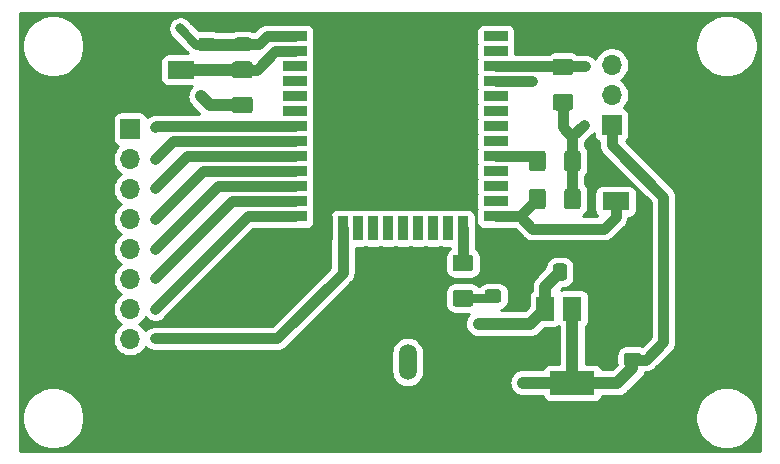
<source format=gtl>
G04 #@! TF.GenerationSoftware,KiCad,Pcbnew,(5.1.9)-1*
G04 #@! TF.CreationDate,2021-04-10T17:26:08+02:00*
G04 #@! TF.ProjectId,LEDbarPCB,4c454462-6172-4504-9342-2e6b69636164,rev?*
G04 #@! TF.SameCoordinates,Original*
G04 #@! TF.FileFunction,Copper,L1,Top*
G04 #@! TF.FilePolarity,Positive*
%FSLAX46Y46*%
G04 Gerber Fmt 4.6, Leading zero omitted, Abs format (unit mm)*
G04 Created by KiCad (PCBNEW (5.1.9)-1) date 2021-04-10 17:26:08*
%MOMM*%
%LPD*%
G01*
G04 APERTURE LIST*
G04 #@! TA.AperFunction,SMDPad,CuDef*
%ADD10R,2.000000X0.900000*%
G04 #@! TD*
G04 #@! TA.AperFunction,SMDPad,CuDef*
%ADD11R,0.900000X2.000000*%
G04 #@! TD*
G04 #@! TA.AperFunction,SMDPad,CuDef*
%ADD12R,1.330000X1.330000*%
G04 #@! TD*
G04 #@! TA.AperFunction,ComponentPad*
%ADD13C,0.400000*%
G04 #@! TD*
G04 #@! TA.AperFunction,ComponentPad*
%ADD14O,1.700000X1.700000*%
G04 #@! TD*
G04 #@! TA.AperFunction,ComponentPad*
%ADD15R,1.700000X1.700000*%
G04 #@! TD*
G04 #@! TA.AperFunction,SMDPad,CuDef*
%ADD16R,2.300000X1.500000*%
G04 #@! TD*
G04 #@! TA.AperFunction,SMDPad,CuDef*
%ADD17R,3.800000X2.000000*%
G04 #@! TD*
G04 #@! TA.AperFunction,SMDPad,CuDef*
%ADD18R,1.500000X2.000000*%
G04 #@! TD*
G04 #@! TA.AperFunction,ComponentPad*
%ADD19O,1.506220X3.014980*%
G04 #@! TD*
G04 #@! TA.AperFunction,ViaPad*
%ADD20C,0.800000*%
G04 #@! TD*
G04 #@! TA.AperFunction,Conductor*
%ADD21C,0.762000*%
G04 #@! TD*
G04 #@! TA.AperFunction,Conductor*
%ADD22C,1.016000*%
G04 #@! TD*
G04 #@! TA.AperFunction,Conductor*
%ADD23C,0.900000*%
G04 #@! TD*
G04 #@! TA.AperFunction,Conductor*
%ADD24C,0.254000*%
G04 #@! TD*
G04 #@! TA.AperFunction,Conductor*
%ADD25C,0.100000*%
G04 #@! TD*
G04 APERTURE END LIST*
D10*
X136702000Y-41160000D03*
X136702000Y-42430000D03*
X136702000Y-43700000D03*
X136702000Y-44970000D03*
X136702000Y-46240000D03*
X136702000Y-47510000D03*
X136702000Y-48780000D03*
X136702000Y-50050000D03*
X136702000Y-51320000D03*
X136702000Y-52590000D03*
X136702000Y-53860000D03*
X136702000Y-55130000D03*
X136702000Y-56400000D03*
X136702000Y-57670000D03*
D11*
X139487000Y-58670000D03*
X140757000Y-58670000D03*
X142027000Y-58670000D03*
X143297000Y-58670000D03*
X144567000Y-58670000D03*
X145837000Y-58670000D03*
X147107000Y-58670000D03*
X148377000Y-58670000D03*
X149647000Y-58670000D03*
X150917000Y-58670000D03*
D10*
X153702000Y-57670000D03*
X153702000Y-56400000D03*
X153702000Y-55130000D03*
X153702000Y-53860000D03*
X153702000Y-52590000D03*
X153702000Y-51320000D03*
X153702000Y-50050000D03*
X153702000Y-48780000D03*
X153702000Y-47510000D03*
X153702000Y-46240000D03*
X153702000Y-44970000D03*
X153702000Y-43700000D03*
X153702000Y-42430000D03*
X153702000Y-41160000D03*
D12*
X142367000Y-46825000D03*
X144202000Y-46825000D03*
X146037000Y-46825000D03*
X142367000Y-48660000D03*
X144202000Y-48660000D03*
X146037000Y-48660000D03*
X142367000Y-50495000D03*
X144202000Y-50495000D03*
X146037000Y-50495000D03*
D13*
X143284500Y-50495000D03*
X145113300Y-50495000D03*
X146027700Y-49580600D03*
X144173500Y-49580600D03*
X142370100Y-49580600D03*
X142344700Y-47751800D03*
X144224300Y-47751800D03*
X146053100Y-47751800D03*
X145113300Y-48590000D03*
X143309900Y-48640800D03*
X143284500Y-46837400D03*
X145113300Y-46837400D03*
G04 #@! TA.AperFunction,SMDPad,CuDef*
G36*
G01*
X160633500Y-62847725D02*
X160633500Y-61898275D01*
G75*
G02*
X160883775Y-61648000I250275J0D01*
G01*
X161558225Y-61648000D01*
G75*
G02*
X161808500Y-61898275I0J-250275D01*
G01*
X161808500Y-62847725D01*
G75*
G02*
X161558225Y-63098000I-250275J0D01*
G01*
X160883775Y-63098000D01*
G75*
G02*
X160633500Y-62847725I0J250275D01*
G01*
G37*
G04 #@! TD.AperFunction*
G04 #@! TA.AperFunction,SMDPad,CuDef*
G36*
G01*
X158558500Y-62848000D02*
X158558500Y-61898000D01*
G75*
G02*
X158808500Y-61648000I250000J0D01*
G01*
X159483500Y-61648000D01*
G75*
G02*
X159733500Y-61898000I0J-250000D01*
G01*
X159733500Y-62848000D01*
G75*
G02*
X159483500Y-63098000I-250000J0D01*
G01*
X158808500Y-63098000D01*
G75*
G02*
X158558500Y-62848000I0J250000D01*
G01*
G37*
G04 #@! TD.AperFunction*
G04 #@! TA.AperFunction,SMDPad,CuDef*
G36*
G01*
X132759000Y-43681000D02*
X131809000Y-43681000D01*
G75*
G02*
X131559000Y-43431000I0J250000D01*
G01*
X131559000Y-42756000D01*
G75*
G02*
X131809000Y-42506000I250000J0D01*
G01*
X132759000Y-42506000D01*
G75*
G02*
X133009000Y-42756000I0J-250000D01*
G01*
X133009000Y-43431000D01*
G75*
G02*
X132759000Y-43681000I-250000J0D01*
G01*
G37*
G04 #@! TD.AperFunction*
G04 #@! TA.AperFunction,SMDPad,CuDef*
G36*
G01*
X132758725Y-41606000D02*
X131809275Y-41606000D01*
G75*
G02*
X131559000Y-41355725I0J250275D01*
G01*
X131559000Y-40681275D01*
G75*
G02*
X131809275Y-40431000I250275J0D01*
G01*
X132758725Y-40431000D01*
G75*
G02*
X133009000Y-40681275I0J-250275D01*
G01*
X133009000Y-41355725D01*
G75*
G02*
X132758725Y-41606000I-250275J0D01*
G01*
G37*
G04 #@! TD.AperFunction*
G04 #@! TA.AperFunction,SMDPad,CuDef*
G36*
G01*
X165759725Y-68294500D02*
X164810275Y-68294500D01*
G75*
G02*
X164560000Y-68044225I0J250275D01*
G01*
X164560000Y-67369775D01*
G75*
G02*
X164810275Y-67119500I250275J0D01*
G01*
X165759725Y-67119500D01*
G75*
G02*
X166010000Y-67369775I0J-250275D01*
G01*
X166010000Y-68044225D01*
G75*
G02*
X165759725Y-68294500I-250275J0D01*
G01*
G37*
G04 #@! TD.AperFunction*
G04 #@! TA.AperFunction,SMDPad,CuDef*
G36*
G01*
X165760000Y-70369500D02*
X164810000Y-70369500D01*
G75*
G02*
X164560000Y-70119500I0J250000D01*
G01*
X164560000Y-69444500D01*
G75*
G02*
X164810000Y-69194500I250000J0D01*
G01*
X165760000Y-69194500D01*
G75*
G02*
X166010000Y-69444500I0J-250000D01*
G01*
X166010000Y-70119500D01*
G75*
G02*
X165760000Y-70369500I-250000J0D01*
G01*
G37*
G04 #@! TD.AperFunction*
G04 #@! TA.AperFunction,SMDPad,CuDef*
G36*
G01*
X129711000Y-43702500D02*
X128761000Y-43702500D01*
G75*
G02*
X128511000Y-43452500I0J250000D01*
G01*
X128511000Y-42777500D01*
G75*
G02*
X128761000Y-42527500I250000J0D01*
G01*
X129711000Y-42527500D01*
G75*
G02*
X129961000Y-42777500I0J-250000D01*
G01*
X129961000Y-43452500D01*
G75*
G02*
X129711000Y-43702500I-250000J0D01*
G01*
G37*
G04 #@! TD.AperFunction*
G04 #@! TA.AperFunction,SMDPad,CuDef*
G36*
G01*
X129710725Y-41627500D02*
X128761275Y-41627500D01*
G75*
G02*
X128511000Y-41377225I0J250275D01*
G01*
X128511000Y-40702775D01*
G75*
G02*
X128761275Y-40452500I250275J0D01*
G01*
X129710725Y-40452500D01*
G75*
G02*
X129961000Y-40702775I0J-250275D01*
G01*
X129961000Y-41377225D01*
G75*
G02*
X129710725Y-41627500I-250275J0D01*
G01*
G37*
G04 #@! TD.AperFunction*
G04 #@! TA.AperFunction,SMDPad,CuDef*
G36*
G01*
X153022550Y-61792000D02*
X153923450Y-61792000D01*
G75*
G02*
X154173000Y-62041550I0J-249550D01*
G01*
X154173000Y-62692450D01*
G75*
G02*
X153923450Y-62942000I-249550J0D01*
G01*
X153022550Y-62942000D01*
G75*
G02*
X152773000Y-62692450I0J249550D01*
G01*
X152773000Y-62041550D01*
G75*
G02*
X153022550Y-61792000I249550J0D01*
G01*
G37*
G04 #@! TD.AperFunction*
G04 #@! TA.AperFunction,SMDPad,CuDef*
G36*
G01*
X153022999Y-63842000D02*
X153923001Y-63842000D01*
G75*
G02*
X154173000Y-64091999I0J-249999D01*
G01*
X154173000Y-64742001D01*
G75*
G02*
X153923001Y-64992000I-249999J0D01*
G01*
X153022999Y-64992000D01*
G75*
G02*
X152773000Y-64742001I0J249999D01*
G01*
X152773000Y-64091999D01*
G75*
G02*
X153022999Y-63842000I249999J0D01*
G01*
G37*
G04 #@! TD.AperFunction*
D14*
X163530000Y-42310000D03*
X163530000Y-44850000D03*
X163530000Y-47390000D03*
D15*
X163530000Y-49930000D03*
G04 #@! TA.AperFunction,SMDPad,CuDef*
G36*
G01*
X160025000Y-45725000D02*
X158775000Y-45725000D01*
G75*
G02*
X158525000Y-45475000I0J250000D01*
G01*
X158525000Y-44550000D01*
G75*
G02*
X158775000Y-44300000I250000J0D01*
G01*
X160025000Y-44300000D01*
G75*
G02*
X160275000Y-44550000I0J-250000D01*
G01*
X160275000Y-45475000D01*
G75*
G02*
X160025000Y-45725000I-250000J0D01*
G01*
G37*
G04 #@! TD.AperFunction*
G04 #@! TA.AperFunction,SMDPad,CuDef*
G36*
G01*
X160025000Y-48700000D02*
X158775000Y-48700000D01*
G75*
G02*
X158525000Y-48450000I0J250000D01*
G01*
X158525000Y-47525000D01*
G75*
G02*
X158775000Y-47275000I250000J0D01*
G01*
X160025000Y-47275000D01*
G75*
G02*
X160275000Y-47525000I0J-250000D01*
G01*
X160275000Y-48450000D01*
G75*
G02*
X160025000Y-48700000I-250000J0D01*
G01*
G37*
G04 #@! TD.AperFunction*
G04 #@! TA.AperFunction,SMDPad,CuDef*
G36*
G01*
X131625000Y-44550000D02*
X132875000Y-44550000D01*
G75*
G02*
X133125000Y-44800000I0J-250000D01*
G01*
X133125000Y-45725000D01*
G75*
G02*
X132875000Y-45975000I-250000J0D01*
G01*
X131625000Y-45975000D01*
G75*
G02*
X131375000Y-45725000I0J250000D01*
G01*
X131375000Y-44800000D01*
G75*
G02*
X131625000Y-44550000I250000J0D01*
G01*
G37*
G04 #@! TD.AperFunction*
G04 #@! TA.AperFunction,SMDPad,CuDef*
G36*
G01*
X131625000Y-47525000D02*
X132875000Y-47525000D01*
G75*
G02*
X133125000Y-47775000I0J-250000D01*
G01*
X133125000Y-48700000D01*
G75*
G02*
X132875000Y-48950000I-250000J0D01*
G01*
X131625000Y-48950000D01*
G75*
G02*
X131375000Y-48700000I0J250000D01*
G01*
X131375000Y-47775000D01*
G75*
G02*
X131625000Y-47525000I250000J0D01*
G01*
G37*
G04 #@! TD.AperFunction*
G04 #@! TA.AperFunction,SMDPad,CuDef*
G36*
G01*
X151558000Y-65301500D02*
X150308000Y-65301500D01*
G75*
G02*
X150058000Y-65051500I0J250000D01*
G01*
X150058000Y-64126500D01*
G75*
G02*
X150308000Y-63876500I250000J0D01*
G01*
X151558000Y-63876500D01*
G75*
G02*
X151808000Y-64126500I0J-250000D01*
G01*
X151808000Y-65051500D01*
G75*
G02*
X151558000Y-65301500I-250000J0D01*
G01*
G37*
G04 #@! TD.AperFunction*
G04 #@! TA.AperFunction,SMDPad,CuDef*
G36*
G01*
X151558000Y-62326500D02*
X150308000Y-62326500D01*
G75*
G02*
X150058000Y-62076500I0J250000D01*
G01*
X150058000Y-61151500D01*
G75*
G02*
X150308000Y-60901500I250000J0D01*
G01*
X151558000Y-60901500D01*
G75*
G02*
X151808000Y-61151500I0J-250000D01*
G01*
X151808000Y-62076500D01*
G75*
G02*
X151558000Y-62326500I-250000J0D01*
G01*
G37*
G04 #@! TD.AperFunction*
G04 #@! TA.AperFunction,SMDPad,CuDef*
G36*
G01*
X159491500Y-53603000D02*
X159491500Y-52353000D01*
G75*
G02*
X159741500Y-52103000I250000J0D01*
G01*
X160666500Y-52103000D01*
G75*
G02*
X160916500Y-52353000I0J-250000D01*
G01*
X160916500Y-53603000D01*
G75*
G02*
X160666500Y-53853000I-250000J0D01*
G01*
X159741500Y-53853000D01*
G75*
G02*
X159491500Y-53603000I0J250000D01*
G01*
G37*
G04 #@! TD.AperFunction*
G04 #@! TA.AperFunction,SMDPad,CuDef*
G36*
G01*
X156516500Y-53603000D02*
X156516500Y-52353000D01*
G75*
G02*
X156766500Y-52103000I250000J0D01*
G01*
X157691500Y-52103000D01*
G75*
G02*
X157941500Y-52353000I0J-250000D01*
G01*
X157941500Y-53603000D01*
G75*
G02*
X157691500Y-53853000I-250000J0D01*
G01*
X156766500Y-53853000D01*
G75*
G02*
X156516500Y-53603000I0J250000D01*
G01*
G37*
G04 #@! TD.AperFunction*
G04 #@! TA.AperFunction,SMDPad,CuDef*
G36*
G01*
X157937500Y-55575000D02*
X157937500Y-56825000D01*
G75*
G02*
X157687500Y-57075000I-250000J0D01*
G01*
X156762500Y-57075000D01*
G75*
G02*
X156512500Y-56825000I0J250000D01*
G01*
X156512500Y-55575000D01*
G75*
G02*
X156762500Y-55325000I250000J0D01*
G01*
X157687500Y-55325000D01*
G75*
G02*
X157937500Y-55575000I0J-250000D01*
G01*
G37*
G04 #@! TD.AperFunction*
G04 #@! TA.AperFunction,SMDPad,CuDef*
G36*
G01*
X160912500Y-55575000D02*
X160912500Y-56825000D01*
G75*
G02*
X160662500Y-57075000I-250000J0D01*
G01*
X159737500Y-57075000D01*
G75*
G02*
X159487500Y-56825000I0J250000D01*
G01*
X159487500Y-55575000D01*
G75*
G02*
X159737500Y-55325000I250000J0D01*
G01*
X160662500Y-55325000D01*
G75*
G02*
X160912500Y-55575000I0J-250000D01*
G01*
G37*
G04 #@! TD.AperFunction*
D16*
X127100000Y-45250000D03*
X120400000Y-45250000D03*
X163850000Y-56400000D03*
X170550000Y-56400000D03*
D17*
X160205000Y-71771000D03*
D18*
X160205000Y-65471000D03*
X157905000Y-65471000D03*
X162505000Y-65471000D03*
D19*
X146252480Y-70000000D03*
X149747520Y-70000000D03*
D15*
X122750000Y-50260000D03*
D14*
X122750000Y-52800000D03*
X122750000Y-55340000D03*
X122750000Y-57880000D03*
X122750000Y-60420000D03*
X122750000Y-62960000D03*
X122750000Y-65500000D03*
X122750000Y-68040000D03*
D20*
X152250000Y-66750000D03*
X127000000Y-41750000D03*
X156000000Y-71750000D03*
X128750000Y-47500000D03*
X161270000Y-49930000D03*
X161230000Y-44970000D03*
X156740000Y-46240000D03*
X124900000Y-50100000D03*
X124900000Y-52800000D03*
X124900000Y-55300000D03*
X124900000Y-57900000D03*
X124900000Y-60400000D03*
X124900000Y-62900000D03*
X124900000Y-65500000D03*
X124900000Y-68000000D03*
D21*
X153301000Y-64589000D02*
X153473000Y-64417000D01*
X150933000Y-64589000D02*
X153301000Y-64589000D01*
D22*
X142367000Y-46825000D02*
X144202000Y-46825000D01*
X144202000Y-46825000D02*
X146037000Y-46825000D01*
X142367000Y-46825000D02*
X142367000Y-48660000D01*
X142367000Y-48660000D02*
X142367000Y-50495000D01*
X142367000Y-50495000D02*
X144202000Y-50495000D01*
X144202000Y-50495000D02*
X144202000Y-48660000D01*
X144202000Y-48660000D02*
X142367000Y-48660000D01*
X144202000Y-48660000D02*
X144202000Y-46825000D01*
X144202000Y-48660000D02*
X146037000Y-48660000D01*
X144202000Y-50495000D02*
X146037000Y-50495000D01*
X146037000Y-50495000D02*
X146037000Y-48660000D01*
X157905000Y-63614000D02*
X159146000Y-62373000D01*
X157905000Y-65471000D02*
X157905000Y-63614000D01*
X157905000Y-65471000D02*
X156626000Y-66750000D01*
X156626000Y-66750000D02*
X152250000Y-66750000D01*
X129236000Y-43115000D02*
X132262500Y-43115000D01*
X165285000Y-69782000D02*
X165285000Y-70501000D01*
X164015000Y-71771000D02*
X160205000Y-71771000D01*
X160205000Y-71771000D02*
X160205000Y-65471000D01*
X160205000Y-71771000D02*
X160205000Y-71705000D01*
X164015000Y-71771000D02*
X165285000Y-70501000D01*
D21*
X128365000Y-43115000D02*
X127000000Y-41750000D01*
X129236000Y-43115000D02*
X128365000Y-43115000D01*
D22*
X129487500Y-48237500D02*
X128750000Y-47500000D01*
X132250000Y-48237500D02*
X129487500Y-48237500D01*
D23*
X134320000Y-42430000D02*
X133656500Y-43093500D01*
X133656500Y-43093500D02*
X132284000Y-43093500D01*
X136702000Y-42430000D02*
X134320000Y-42430000D01*
X159400000Y-47987500D02*
X159400000Y-50100000D01*
X159400000Y-50100000D02*
X160204000Y-50904000D01*
X160204000Y-50904000D02*
X160204000Y-50896000D01*
X160204000Y-50896000D02*
X161170000Y-49930000D01*
D22*
X160184000Y-71750000D02*
X160205000Y-71771000D01*
X156000000Y-71750000D02*
X160184000Y-71750000D01*
D23*
X166418000Y-69782000D02*
X165285000Y-69782000D01*
X167900000Y-68300000D02*
X166418000Y-69782000D01*
X167900000Y-56000000D02*
X167900000Y-68300000D01*
X163530000Y-51630000D02*
X167900000Y-56000000D01*
X163530000Y-49930000D02*
X163530000Y-51630000D01*
X160204000Y-56196000D02*
X160200000Y-56200000D01*
X160204000Y-52978000D02*
X160204000Y-56196000D01*
X160204000Y-50896000D02*
X160204000Y-52978000D01*
D21*
X156841000Y-52590000D02*
X157229000Y-52978000D01*
D23*
X153702000Y-52590000D02*
X156841000Y-52590000D01*
X159357500Y-44970000D02*
X159400000Y-45012500D01*
X153702000Y-44970000D02*
X159357500Y-44970000D01*
X159442500Y-44970000D02*
X159400000Y-45012500D01*
X161230000Y-44970000D02*
X159442500Y-44970000D01*
X153702000Y-46240000D02*
X156740000Y-46240000D01*
D21*
X150933000Y-58686000D02*
X150917000Y-58670000D01*
D23*
X150917000Y-61598000D02*
X150933000Y-61614000D01*
X150917000Y-58670000D02*
X150917000Y-61598000D01*
X124950000Y-50050000D02*
X124900000Y-50100000D01*
X136702000Y-50050000D02*
X124950000Y-50050000D01*
X126380000Y-51320000D02*
X124900000Y-52800000D01*
X136702000Y-51320000D02*
X126380000Y-51320000D01*
X127610000Y-52590000D02*
X124900000Y-55300000D01*
X136702000Y-52590000D02*
X127610000Y-52590000D01*
X128940000Y-53860000D02*
X124900000Y-57900000D01*
X136702000Y-53860000D02*
X128940000Y-53860000D01*
X130170000Y-55130000D02*
X124900000Y-60400000D01*
X136702000Y-55130000D02*
X130170000Y-55130000D01*
X131400000Y-56400000D02*
X124900000Y-62900000D01*
X136702000Y-56400000D02*
X131400000Y-56400000D01*
X132730000Y-57670000D02*
X124900000Y-65500000D01*
X136702000Y-57670000D02*
X132730000Y-57670000D01*
D21*
X140757000Y-59493000D02*
X140750000Y-59500000D01*
X140757000Y-58670000D02*
X140757000Y-59493000D01*
D23*
X140757000Y-62443000D02*
X135200000Y-68000000D01*
X135200000Y-68000000D02*
X124900000Y-68000000D01*
X140757000Y-58670000D02*
X140757000Y-62443000D01*
D22*
X129750000Y-45250000D02*
X132237500Y-45250000D01*
X127100000Y-45250000D02*
X129750000Y-45250000D01*
D23*
X133487500Y-45262500D02*
X132250000Y-45262500D01*
X135050000Y-43700000D02*
X133487500Y-45262500D01*
X136702000Y-43700000D02*
X135050000Y-43700000D01*
X155755000Y-57670000D02*
X157225000Y-56200000D01*
X153702000Y-57670000D02*
X155755000Y-57670000D01*
X155755000Y-57670000D02*
X155770000Y-57670000D01*
X155770000Y-57670000D02*
X156800000Y-58700000D01*
X156800000Y-58700000D02*
X162900000Y-58700000D01*
X163850000Y-57750000D02*
X163850000Y-56400000D01*
X162900000Y-58700000D02*
X163850000Y-57750000D01*
D24*
X176065001Y-77565000D02*
X113435000Y-77565000D01*
X113435000Y-74490475D01*
X113615000Y-74490475D01*
X113615000Y-75009525D01*
X113716261Y-75518601D01*
X113914893Y-75998141D01*
X114203262Y-76429715D01*
X114570285Y-76796738D01*
X115001859Y-77085107D01*
X115481399Y-77283739D01*
X115990475Y-77385000D01*
X116509525Y-77385000D01*
X117018601Y-77283739D01*
X117498141Y-77085107D01*
X117929715Y-76796738D01*
X118296738Y-76429715D01*
X118585107Y-75998141D01*
X118783739Y-75518601D01*
X118885000Y-75009525D01*
X118885000Y-74490475D01*
X170615000Y-74490475D01*
X170615000Y-75009525D01*
X170716261Y-75518601D01*
X170914893Y-75998141D01*
X171203262Y-76429715D01*
X171570285Y-76796738D01*
X172001859Y-77085107D01*
X172481399Y-77283739D01*
X172990475Y-77385000D01*
X173509525Y-77385000D01*
X174018601Y-77283739D01*
X174498141Y-77085107D01*
X174929715Y-76796738D01*
X175296738Y-76429715D01*
X175585107Y-75998141D01*
X175783739Y-75518601D01*
X175885000Y-75009525D01*
X175885000Y-74490475D01*
X175783739Y-73981399D01*
X175585107Y-73501859D01*
X175296738Y-73070285D01*
X174929715Y-72703262D01*
X174498141Y-72414893D01*
X174018601Y-72216261D01*
X173509525Y-72115000D01*
X172990475Y-72115000D01*
X172481399Y-72216261D01*
X172001859Y-72414893D01*
X171570285Y-72703262D01*
X171203262Y-73070285D01*
X170914893Y-73501859D01*
X170716261Y-73981399D01*
X170615000Y-74490475D01*
X118885000Y-74490475D01*
X118783739Y-73981399D01*
X118585107Y-73501859D01*
X118296738Y-73070285D01*
X117929715Y-72703262D01*
X117498141Y-72414893D01*
X117018601Y-72216261D01*
X116509525Y-72115000D01*
X115990475Y-72115000D01*
X115481399Y-72216261D01*
X115001859Y-72414893D01*
X114570285Y-72703262D01*
X114203262Y-73070285D01*
X113914893Y-73501859D01*
X113716261Y-73981399D01*
X113615000Y-74490475D01*
X113435000Y-74490475D01*
X113435000Y-49410000D01*
X121261928Y-49410000D01*
X121261928Y-51110000D01*
X121274188Y-51234482D01*
X121310498Y-51354180D01*
X121369463Y-51464494D01*
X121448815Y-51561185D01*
X121545506Y-51640537D01*
X121655820Y-51699502D01*
X121728380Y-51721513D01*
X121596525Y-51853368D01*
X121434010Y-52096589D01*
X121322068Y-52366842D01*
X121265000Y-52653740D01*
X121265000Y-52946260D01*
X121322068Y-53233158D01*
X121434010Y-53503411D01*
X121596525Y-53746632D01*
X121803368Y-53953475D01*
X121977760Y-54070000D01*
X121803368Y-54186525D01*
X121596525Y-54393368D01*
X121434010Y-54636589D01*
X121322068Y-54906842D01*
X121265000Y-55193740D01*
X121265000Y-55486260D01*
X121322068Y-55773158D01*
X121434010Y-56043411D01*
X121596525Y-56286632D01*
X121803368Y-56493475D01*
X121977760Y-56610000D01*
X121803368Y-56726525D01*
X121596525Y-56933368D01*
X121434010Y-57176589D01*
X121322068Y-57446842D01*
X121265000Y-57733740D01*
X121265000Y-58026260D01*
X121322068Y-58313158D01*
X121434010Y-58583411D01*
X121596525Y-58826632D01*
X121803368Y-59033475D01*
X121977760Y-59150000D01*
X121803368Y-59266525D01*
X121596525Y-59473368D01*
X121434010Y-59716589D01*
X121322068Y-59986842D01*
X121265000Y-60273740D01*
X121265000Y-60566260D01*
X121322068Y-60853158D01*
X121434010Y-61123411D01*
X121596525Y-61366632D01*
X121803368Y-61573475D01*
X121977760Y-61690000D01*
X121803368Y-61806525D01*
X121596525Y-62013368D01*
X121434010Y-62256589D01*
X121322068Y-62526842D01*
X121265000Y-62813740D01*
X121265000Y-63106260D01*
X121322068Y-63393158D01*
X121434010Y-63663411D01*
X121596525Y-63906632D01*
X121803368Y-64113475D01*
X121977760Y-64230000D01*
X121803368Y-64346525D01*
X121596525Y-64553368D01*
X121434010Y-64796589D01*
X121322068Y-65066842D01*
X121265000Y-65353740D01*
X121265000Y-65646260D01*
X121322068Y-65933158D01*
X121434010Y-66203411D01*
X121596525Y-66446632D01*
X121803368Y-66653475D01*
X121977760Y-66770000D01*
X121803368Y-66886525D01*
X121596525Y-67093368D01*
X121434010Y-67336589D01*
X121322068Y-67606842D01*
X121265000Y-67893740D01*
X121265000Y-68186260D01*
X121322068Y-68473158D01*
X121434010Y-68743411D01*
X121596525Y-68986632D01*
X121803368Y-69193475D01*
X122046589Y-69355990D01*
X122316842Y-69467932D01*
X122603740Y-69525000D01*
X122896260Y-69525000D01*
X123183158Y-69467932D01*
X123453411Y-69355990D01*
X123696632Y-69193475D01*
X123712676Y-69177431D01*
X144864370Y-69177431D01*
X144864370Y-70822568D01*
X144884455Y-71026496D01*
X144963829Y-71288156D01*
X145092725Y-71529303D01*
X145266189Y-71740670D01*
X145477556Y-71914135D01*
X145718703Y-72043031D01*
X145980363Y-72122405D01*
X146252480Y-72149206D01*
X146524596Y-72122405D01*
X146786256Y-72043031D01*
X147027403Y-71914135D01*
X147238770Y-71740671D01*
X147412235Y-71529304D01*
X147541131Y-71288157D01*
X147620505Y-71026497D01*
X147640590Y-70822569D01*
X147640590Y-69177431D01*
X147620505Y-68973503D01*
X147541131Y-68711843D01*
X147412235Y-68470696D01*
X147238771Y-68259329D01*
X147027404Y-68085865D01*
X146786257Y-67956969D01*
X146524597Y-67877595D01*
X146252480Y-67850794D01*
X145980364Y-67877595D01*
X145718704Y-67956969D01*
X145477557Y-68085865D01*
X145266190Y-68259329D01*
X145092726Y-68470696D01*
X144963830Y-68711843D01*
X144884455Y-68973503D01*
X144864370Y-69177431D01*
X123712676Y-69177431D01*
X123903475Y-68986632D01*
X124065990Y-68743411D01*
X124079578Y-68710607D01*
X124129078Y-68770922D01*
X124294290Y-68906509D01*
X124482780Y-69007259D01*
X124687303Y-69069300D01*
X124846706Y-69085000D01*
X135146714Y-69085000D01*
X135200000Y-69090248D01*
X135253286Y-69085000D01*
X135253294Y-69085000D01*
X135412697Y-69069300D01*
X135617220Y-69007259D01*
X135805710Y-68906509D01*
X135970922Y-68770922D01*
X136004895Y-68729526D01*
X140607921Y-64126500D01*
X149419928Y-64126500D01*
X149419928Y-65051500D01*
X149436992Y-65224754D01*
X149487528Y-65391350D01*
X149569595Y-65544886D01*
X149680038Y-65679462D01*
X149814614Y-65789905D01*
X149968150Y-65871972D01*
X150134746Y-65922508D01*
X150308000Y-65939572D01*
X151436468Y-65939572D01*
X151295032Y-66111911D01*
X151188897Y-66310477D01*
X151123539Y-66525933D01*
X151101470Y-66750000D01*
X151123539Y-66974067D01*
X151188897Y-67189523D01*
X151295032Y-67388089D01*
X151437867Y-67562133D01*
X151611911Y-67704968D01*
X151810477Y-67811103D01*
X152025933Y-67876461D01*
X152193854Y-67893000D01*
X156569861Y-67893000D01*
X156626000Y-67898529D01*
X156682139Y-67893000D01*
X156682146Y-67893000D01*
X156850067Y-67876461D01*
X157065523Y-67811103D01*
X157264089Y-67704968D01*
X157438133Y-67562133D01*
X157473927Y-67518518D01*
X157883373Y-67109072D01*
X158655000Y-67109072D01*
X158779482Y-67096812D01*
X158899180Y-67060502D01*
X159009494Y-67001537D01*
X159055000Y-66964191D01*
X159062001Y-66969937D01*
X159062000Y-70132928D01*
X158305000Y-70132928D01*
X158180518Y-70145188D01*
X158060820Y-70181498D01*
X157950506Y-70240463D01*
X157853815Y-70319815D01*
X157774463Y-70416506D01*
X157715498Y-70526820D01*
X157691176Y-70607000D01*
X155943854Y-70607000D01*
X155775933Y-70623539D01*
X155560477Y-70688897D01*
X155361911Y-70795032D01*
X155187867Y-70937867D01*
X155045032Y-71111911D01*
X154938897Y-71310477D01*
X154873539Y-71525933D01*
X154851470Y-71750000D01*
X154873539Y-71974067D01*
X154938897Y-72189523D01*
X155045032Y-72388089D01*
X155187867Y-72562133D01*
X155361911Y-72704968D01*
X155560477Y-72811103D01*
X155775933Y-72876461D01*
X155943854Y-72893000D01*
X157678944Y-72893000D01*
X157679188Y-72895482D01*
X157715498Y-73015180D01*
X157774463Y-73125494D01*
X157853815Y-73222185D01*
X157950506Y-73301537D01*
X158060820Y-73360502D01*
X158180518Y-73396812D01*
X158305000Y-73409072D01*
X162105000Y-73409072D01*
X162229482Y-73396812D01*
X162349180Y-73360502D01*
X162459494Y-73301537D01*
X162556185Y-73222185D01*
X162635537Y-73125494D01*
X162694502Y-73015180D01*
X162725195Y-72914000D01*
X163958861Y-72914000D01*
X164015000Y-72919529D01*
X164071139Y-72914000D01*
X164071146Y-72914000D01*
X164239067Y-72897461D01*
X164454523Y-72832103D01*
X164653089Y-72725968D01*
X164827133Y-72583133D01*
X164862927Y-72539518D01*
X166053523Y-71348923D01*
X166097133Y-71313133D01*
X166136244Y-71265477D01*
X166239967Y-71139090D01*
X166239968Y-71139089D01*
X166346103Y-70940523D01*
X166368299Y-70867353D01*
X166418000Y-70872248D01*
X166471286Y-70867000D01*
X166471294Y-70867000D01*
X166630697Y-70851300D01*
X166835220Y-70789259D01*
X167023710Y-70688509D01*
X167188922Y-70552922D01*
X167222895Y-70511526D01*
X168629531Y-69104891D01*
X168670922Y-69070922D01*
X168704891Y-69029531D01*
X168704895Y-69029527D01*
X168806508Y-68905711D01*
X168854172Y-68816538D01*
X168907259Y-68717220D01*
X168969300Y-68512697D01*
X168985000Y-68353294D01*
X168985000Y-68353277D01*
X168990247Y-68300001D01*
X168985000Y-68246725D01*
X168985000Y-56053285D01*
X168990248Y-55999999D01*
X168985000Y-55946713D01*
X168985000Y-55946706D01*
X168969300Y-55787303D01*
X168907259Y-55582780D01*
X168806509Y-55394290D01*
X168729127Y-55300000D01*
X168704895Y-55270473D01*
X168704891Y-55270469D01*
X168670922Y-55229078D01*
X168629531Y-55195109D01*
X164740241Y-51305820D01*
X164831185Y-51231185D01*
X164910537Y-51134494D01*
X164969502Y-51024180D01*
X165005812Y-50904482D01*
X165018072Y-50780000D01*
X165018072Y-49080000D01*
X165005812Y-48955518D01*
X164969502Y-48835820D01*
X164910537Y-48725506D01*
X164831185Y-48628815D01*
X164734494Y-48549463D01*
X164624180Y-48490498D01*
X164551620Y-48468487D01*
X164683475Y-48336632D01*
X164845990Y-48093411D01*
X164957932Y-47823158D01*
X165015000Y-47536260D01*
X165015000Y-47243740D01*
X164957932Y-46956842D01*
X164845990Y-46686589D01*
X164683475Y-46443368D01*
X164476632Y-46236525D01*
X164302240Y-46120000D01*
X164476632Y-46003475D01*
X164683475Y-45796632D01*
X164845990Y-45553411D01*
X164957932Y-45283158D01*
X165015000Y-44996260D01*
X165015000Y-44703740D01*
X164957932Y-44416842D01*
X164845990Y-44146589D01*
X164683475Y-43903368D01*
X164476632Y-43696525D01*
X164233411Y-43534010D01*
X163963158Y-43422068D01*
X163676260Y-43365000D01*
X163383740Y-43365000D01*
X163096842Y-43422068D01*
X162826589Y-43534010D01*
X162583368Y-43696525D01*
X162376525Y-43903368D01*
X162214010Y-44146589D01*
X162128087Y-44354027D01*
X162000922Y-44199078D01*
X161835710Y-44063491D01*
X161647220Y-43962741D01*
X161442697Y-43900700D01*
X161283294Y-43885000D01*
X160607831Y-43885000D01*
X160518386Y-43811595D01*
X160364850Y-43729528D01*
X160198254Y-43678992D01*
X160025000Y-43661928D01*
X158775000Y-43661928D01*
X158601746Y-43678992D01*
X158435150Y-43729528D01*
X158281614Y-43811595D01*
X158192169Y-43885000D01*
X155340072Y-43885000D01*
X155340072Y-43250000D01*
X155327812Y-43125518D01*
X155309454Y-43065000D01*
X155327812Y-43004482D01*
X155329191Y-42990475D01*
X170615000Y-42990475D01*
X170615000Y-43509525D01*
X170716261Y-44018601D01*
X170914893Y-44498141D01*
X171203262Y-44929715D01*
X171570285Y-45296738D01*
X172001859Y-45585107D01*
X172481399Y-45783739D01*
X172990475Y-45885000D01*
X173509525Y-45885000D01*
X174018601Y-45783739D01*
X174498141Y-45585107D01*
X174929715Y-45296738D01*
X175296738Y-44929715D01*
X175585107Y-44498141D01*
X175783739Y-44018601D01*
X175885000Y-43509525D01*
X175885000Y-42990475D01*
X175783739Y-42481399D01*
X175585107Y-42001859D01*
X175296738Y-41570285D01*
X174929715Y-41203262D01*
X174498141Y-40914893D01*
X174018601Y-40716261D01*
X173509525Y-40615000D01*
X172990475Y-40615000D01*
X172481399Y-40716261D01*
X172001859Y-40914893D01*
X171570285Y-41203262D01*
X171203262Y-41570285D01*
X170914893Y-42001859D01*
X170716261Y-42481399D01*
X170615000Y-42990475D01*
X155329191Y-42990475D01*
X155340072Y-42880000D01*
X155340072Y-41980000D01*
X155327812Y-41855518D01*
X155291502Y-41735820D01*
X155232537Y-41625506D01*
X155153185Y-41528815D01*
X155056494Y-41449463D01*
X154946180Y-41390498D01*
X154826482Y-41354188D01*
X154702000Y-41341928D01*
X152702000Y-41341928D01*
X152577518Y-41354188D01*
X152457820Y-41390498D01*
X152347506Y-41449463D01*
X152250815Y-41528815D01*
X152171463Y-41625506D01*
X152112498Y-41735820D01*
X152076188Y-41855518D01*
X152063928Y-41980000D01*
X152063928Y-42880000D01*
X152076188Y-43004482D01*
X152094546Y-43065000D01*
X152076188Y-43125518D01*
X152063928Y-43250000D01*
X152063928Y-44150000D01*
X152076188Y-44274482D01*
X152094546Y-44335000D01*
X152076188Y-44395518D01*
X152063928Y-44520000D01*
X152063928Y-45420000D01*
X152076188Y-45544482D01*
X152094546Y-45605000D01*
X152076188Y-45665518D01*
X152063928Y-45790000D01*
X152063928Y-46690000D01*
X152076188Y-46814482D01*
X152094546Y-46875000D01*
X152076188Y-46935518D01*
X152063928Y-47060000D01*
X152063928Y-47960000D01*
X152076188Y-48084482D01*
X152094546Y-48145000D01*
X152076188Y-48205518D01*
X152063928Y-48330000D01*
X152063928Y-49230000D01*
X152076188Y-49354482D01*
X152094546Y-49415000D01*
X152076188Y-49475518D01*
X152063928Y-49600000D01*
X152063928Y-50500000D01*
X152076188Y-50624482D01*
X152094546Y-50685000D01*
X152076188Y-50745518D01*
X152063928Y-50870000D01*
X152063928Y-51770000D01*
X152076188Y-51894482D01*
X152094546Y-51955000D01*
X152076188Y-52015518D01*
X152063928Y-52140000D01*
X152063928Y-53040000D01*
X152076188Y-53164482D01*
X152094546Y-53225000D01*
X152076188Y-53285518D01*
X152063928Y-53410000D01*
X152063928Y-54310000D01*
X152076188Y-54434482D01*
X152094546Y-54495000D01*
X152076188Y-54555518D01*
X152063928Y-54680000D01*
X152063928Y-55580000D01*
X152076188Y-55704482D01*
X152094546Y-55765000D01*
X152076188Y-55825518D01*
X152063928Y-55950000D01*
X152063928Y-56850000D01*
X152076188Y-56974482D01*
X152094546Y-57035000D01*
X152076188Y-57095518D01*
X152063928Y-57220000D01*
X152063928Y-58120000D01*
X152076188Y-58244482D01*
X152112498Y-58364180D01*
X152171463Y-58474494D01*
X152250815Y-58571185D01*
X152347506Y-58650537D01*
X152457820Y-58709502D01*
X152577518Y-58745812D01*
X152702000Y-58758072D01*
X154702000Y-58758072D01*
X154733192Y-58755000D01*
X155320579Y-58755000D01*
X155995109Y-59429531D01*
X156029078Y-59470922D01*
X156070469Y-59504891D01*
X156070473Y-59504895D01*
X156106985Y-59534859D01*
X156194290Y-59606509D01*
X156382780Y-59707259D01*
X156587303Y-59769300D01*
X156746706Y-59785000D01*
X156746714Y-59785000D01*
X156800000Y-59790248D01*
X156853286Y-59785000D01*
X162846714Y-59785000D01*
X162900000Y-59790248D01*
X162953286Y-59785000D01*
X162953294Y-59785000D01*
X163112697Y-59769300D01*
X163317220Y-59707259D01*
X163505710Y-59606509D01*
X163670922Y-59470922D01*
X163704895Y-59429526D01*
X164579531Y-58554891D01*
X164620922Y-58520922D01*
X164654891Y-58479531D01*
X164654895Y-58479527D01*
X164720549Y-58399527D01*
X164756509Y-58355710D01*
X164857259Y-58167220D01*
X164919300Y-57962697D01*
X164935000Y-57803294D01*
X164935000Y-57803286D01*
X164936498Y-57788072D01*
X165000000Y-57788072D01*
X165124482Y-57775812D01*
X165244180Y-57739502D01*
X165354494Y-57680537D01*
X165451185Y-57601185D01*
X165530537Y-57504494D01*
X165589502Y-57394180D01*
X165625812Y-57274482D01*
X165638072Y-57150000D01*
X165638072Y-55650000D01*
X165625812Y-55525518D01*
X165589502Y-55405820D01*
X165530537Y-55295506D01*
X165451185Y-55198815D01*
X165354494Y-55119463D01*
X165244180Y-55060498D01*
X165124482Y-55024188D01*
X165000000Y-55011928D01*
X162700000Y-55011928D01*
X162575518Y-55024188D01*
X162455820Y-55060498D01*
X162345506Y-55119463D01*
X162248815Y-55198815D01*
X162169463Y-55295506D01*
X162110498Y-55405820D01*
X162074188Y-55525518D01*
X162061928Y-55650000D01*
X162061928Y-57150000D01*
X162074188Y-57274482D01*
X162110498Y-57394180D01*
X162169463Y-57504494D01*
X162248815Y-57601185D01*
X162265649Y-57615000D01*
X161059359Y-57615000D01*
X161155886Y-57563405D01*
X161290462Y-57452962D01*
X161400905Y-57318386D01*
X161482972Y-57164850D01*
X161533508Y-56998254D01*
X161550572Y-56825000D01*
X161550572Y-55575000D01*
X161533508Y-55401746D01*
X161482972Y-55235150D01*
X161400905Y-55081614D01*
X161290462Y-54947038D01*
X161289000Y-54945838D01*
X161289000Y-54235445D01*
X161294462Y-54230962D01*
X161404905Y-54096386D01*
X161486972Y-53942850D01*
X161537508Y-53776254D01*
X161554572Y-53603000D01*
X161554572Y-52353000D01*
X161537508Y-52179746D01*
X161486972Y-52013150D01*
X161404905Y-51859614D01*
X161294462Y-51725038D01*
X161289000Y-51720555D01*
X161289000Y-51345421D01*
X161841507Y-50792915D01*
X161929774Y-50733937D01*
X162041928Y-50621783D01*
X162041928Y-50780000D01*
X162054188Y-50904482D01*
X162090498Y-51024180D01*
X162149463Y-51134494D01*
X162228815Y-51231185D01*
X162325506Y-51310537D01*
X162435820Y-51369502D01*
X162445000Y-51372287D01*
X162445000Y-51576714D01*
X162439752Y-51630000D01*
X162445000Y-51683286D01*
X162445000Y-51683294D01*
X162446734Y-51700895D01*
X162460700Y-51842697D01*
X162507224Y-51996063D01*
X162522742Y-52047220D01*
X162623492Y-52235710D01*
X162671227Y-52293875D01*
X162725105Y-52359526D01*
X162725110Y-52359531D01*
X162759079Y-52400922D01*
X162800470Y-52434891D01*
X166815000Y-56449422D01*
X166815001Y-67850577D01*
X166055119Y-68610459D01*
X165933254Y-68573492D01*
X165760000Y-68556428D01*
X164810000Y-68556428D01*
X164636746Y-68573492D01*
X164470150Y-68624028D01*
X164316614Y-68706095D01*
X164182038Y-68816538D01*
X164071595Y-68951114D01*
X163989528Y-69104650D01*
X163938992Y-69271246D01*
X163921928Y-69444500D01*
X163921928Y-70119500D01*
X163933416Y-70236139D01*
X163541555Y-70628000D01*
X162725195Y-70628000D01*
X162694502Y-70526820D01*
X162635537Y-70416506D01*
X162556185Y-70319815D01*
X162459494Y-70240463D01*
X162349180Y-70181498D01*
X162229482Y-70145188D01*
X162105000Y-70132928D01*
X161348000Y-70132928D01*
X161348000Y-66969936D01*
X161406185Y-66922185D01*
X161485537Y-66825494D01*
X161544502Y-66715180D01*
X161580812Y-66595482D01*
X161593072Y-66471000D01*
X161593072Y-64471000D01*
X161580812Y-64346518D01*
X161544502Y-64226820D01*
X161485537Y-64116506D01*
X161406185Y-64019815D01*
X161309494Y-63940463D01*
X161199180Y-63881498D01*
X161079482Y-63845188D01*
X160955000Y-63832928D01*
X159455000Y-63832928D01*
X159330518Y-63845188D01*
X159272727Y-63862719D01*
X159399374Y-63736072D01*
X159483500Y-63736072D01*
X159656754Y-63719008D01*
X159823350Y-63668472D01*
X159976886Y-63586405D01*
X160111462Y-63475962D01*
X160221905Y-63341386D01*
X160303972Y-63187850D01*
X160354508Y-63021254D01*
X160371572Y-62848000D01*
X160371572Y-61898000D01*
X160354508Y-61724746D01*
X160303972Y-61558150D01*
X160221905Y-61404614D01*
X160111462Y-61270038D01*
X159976886Y-61159595D01*
X159823350Y-61077528D01*
X159656754Y-61026992D01*
X159483500Y-61009928D01*
X158808500Y-61009928D01*
X158635246Y-61026992D01*
X158468650Y-61077528D01*
X158315114Y-61159595D01*
X158180538Y-61270038D01*
X158070095Y-61404614D01*
X157988028Y-61558150D01*
X157937492Y-61724746D01*
X157920428Y-61898000D01*
X157920428Y-61982126D01*
X157136478Y-62766077D01*
X157092868Y-62801867D01*
X157057078Y-62845477D01*
X157057076Y-62845479D01*
X157044978Y-62860221D01*
X156950033Y-62975911D01*
X156876920Y-63112697D01*
X156843898Y-63174477D01*
X156778539Y-63389933D01*
X156756471Y-63614000D01*
X156762001Y-63670148D01*
X156762001Y-63972063D01*
X156703815Y-64019815D01*
X156624463Y-64116506D01*
X156565498Y-64226820D01*
X156529188Y-64346518D01*
X156516928Y-64471000D01*
X156516928Y-65242626D01*
X156152555Y-65607000D01*
X154116061Y-65607000D01*
X154262851Y-65562472D01*
X154416387Y-65480405D01*
X154550962Y-65369962D01*
X154661405Y-65235387D01*
X154743472Y-65081851D01*
X154794008Y-64915255D01*
X154811072Y-64742001D01*
X154811072Y-64091999D01*
X154794008Y-63918745D01*
X154743472Y-63752149D01*
X154661405Y-63598613D01*
X154550962Y-63464038D01*
X154416387Y-63353595D01*
X154262851Y-63271528D01*
X154096255Y-63220992D01*
X153923001Y-63203928D01*
X153022999Y-63203928D01*
X152849745Y-63220992D01*
X152683149Y-63271528D01*
X152529613Y-63353595D01*
X152395038Y-63464038D01*
X152305615Y-63573000D01*
X152247071Y-63573000D01*
X152185962Y-63498538D01*
X152051386Y-63388095D01*
X151897850Y-63306028D01*
X151731254Y-63255492D01*
X151558000Y-63238428D01*
X150308000Y-63238428D01*
X150134746Y-63255492D01*
X149968150Y-63306028D01*
X149814614Y-63388095D01*
X149680038Y-63498538D01*
X149569595Y-63633114D01*
X149487528Y-63786650D01*
X149436992Y-63953246D01*
X149419928Y-64126500D01*
X140607921Y-64126500D01*
X141486531Y-63247891D01*
X141527922Y-63213922D01*
X141561891Y-63172531D01*
X141561895Y-63172527D01*
X141610996Y-63112697D01*
X141663509Y-63048710D01*
X141764259Y-62860220D01*
X141826300Y-62655697D01*
X141842000Y-62496294D01*
X141842000Y-62496286D01*
X141847248Y-62443000D01*
X141842000Y-62389714D01*
X141842000Y-60308072D01*
X142477000Y-60308072D01*
X142601482Y-60295812D01*
X142662000Y-60277454D01*
X142722518Y-60295812D01*
X142847000Y-60308072D01*
X143747000Y-60308072D01*
X143871482Y-60295812D01*
X143932000Y-60277454D01*
X143992518Y-60295812D01*
X144117000Y-60308072D01*
X145017000Y-60308072D01*
X145141482Y-60295812D01*
X145202000Y-60277454D01*
X145262518Y-60295812D01*
X145387000Y-60308072D01*
X146287000Y-60308072D01*
X146411482Y-60295812D01*
X146472000Y-60277454D01*
X146532518Y-60295812D01*
X146657000Y-60308072D01*
X147557000Y-60308072D01*
X147681482Y-60295812D01*
X147742000Y-60277454D01*
X147802518Y-60295812D01*
X147927000Y-60308072D01*
X148827000Y-60308072D01*
X148951482Y-60295812D01*
X149012000Y-60277454D01*
X149072518Y-60295812D01*
X149197000Y-60308072D01*
X149832001Y-60308072D01*
X149832001Y-60403802D01*
X149814614Y-60413095D01*
X149680038Y-60523538D01*
X149569595Y-60658114D01*
X149487528Y-60811650D01*
X149436992Y-60978246D01*
X149419928Y-61151500D01*
X149419928Y-62076500D01*
X149436992Y-62249754D01*
X149487528Y-62416350D01*
X149569595Y-62569886D01*
X149680038Y-62704462D01*
X149814614Y-62814905D01*
X149968150Y-62896972D01*
X150134746Y-62947508D01*
X150308000Y-62964572D01*
X151558000Y-62964572D01*
X151731254Y-62947508D01*
X151897850Y-62896972D01*
X152051386Y-62814905D01*
X152185962Y-62704462D01*
X152296405Y-62569886D01*
X152378472Y-62416350D01*
X152429008Y-62249754D01*
X152446072Y-62076500D01*
X152446072Y-61151500D01*
X152429008Y-60978246D01*
X152378472Y-60811650D01*
X152296405Y-60658114D01*
X152185962Y-60523538D01*
X152051386Y-60413095D01*
X152002000Y-60386698D01*
X152002000Y-59701192D01*
X152005072Y-59670000D01*
X152005072Y-57670000D01*
X151992812Y-57545518D01*
X151956502Y-57425820D01*
X151897537Y-57315506D01*
X151818185Y-57218815D01*
X151721494Y-57139463D01*
X151611180Y-57080498D01*
X151491482Y-57044188D01*
X151367000Y-57031928D01*
X150467000Y-57031928D01*
X150342518Y-57044188D01*
X150282000Y-57062546D01*
X150221482Y-57044188D01*
X150097000Y-57031928D01*
X149197000Y-57031928D01*
X149072518Y-57044188D01*
X149012000Y-57062546D01*
X148951482Y-57044188D01*
X148827000Y-57031928D01*
X147927000Y-57031928D01*
X147802518Y-57044188D01*
X147742000Y-57062546D01*
X147681482Y-57044188D01*
X147557000Y-57031928D01*
X146657000Y-57031928D01*
X146532518Y-57044188D01*
X146472000Y-57062546D01*
X146411482Y-57044188D01*
X146287000Y-57031928D01*
X145387000Y-57031928D01*
X145262518Y-57044188D01*
X145202000Y-57062546D01*
X145141482Y-57044188D01*
X145017000Y-57031928D01*
X144117000Y-57031928D01*
X143992518Y-57044188D01*
X143932000Y-57062546D01*
X143871482Y-57044188D01*
X143747000Y-57031928D01*
X142847000Y-57031928D01*
X142722518Y-57044188D01*
X142662000Y-57062546D01*
X142601482Y-57044188D01*
X142477000Y-57031928D01*
X141577000Y-57031928D01*
X141452518Y-57044188D01*
X141392000Y-57062546D01*
X141331482Y-57044188D01*
X141207000Y-57031928D01*
X140307000Y-57031928D01*
X140182518Y-57044188D01*
X140062820Y-57080498D01*
X139952506Y-57139463D01*
X139855815Y-57218815D01*
X139776463Y-57315506D01*
X139717498Y-57425820D01*
X139681188Y-57545518D01*
X139668928Y-57670000D01*
X139668928Y-59670000D01*
X139672000Y-59701194D01*
X139672001Y-61993577D01*
X134750579Y-66915000D01*
X124846706Y-66915000D01*
X124687303Y-66930700D01*
X124482780Y-66992741D01*
X124294290Y-67093491D01*
X124129078Y-67229078D01*
X124054705Y-67319701D01*
X123903475Y-67093368D01*
X123696632Y-66886525D01*
X123522240Y-66770000D01*
X123696632Y-66653475D01*
X123903475Y-66446632D01*
X124065990Y-66203411D01*
X124068567Y-66197189D01*
X124129078Y-66270922D01*
X124294291Y-66406508D01*
X124482780Y-66507258D01*
X124687303Y-66569300D01*
X124900000Y-66590248D01*
X125112697Y-66569300D01*
X125317220Y-66507258D01*
X125505709Y-66406508D01*
X125629526Y-66304895D01*
X133179422Y-58755000D01*
X135670808Y-58755000D01*
X135702000Y-58758072D01*
X137702000Y-58758072D01*
X137826482Y-58745812D01*
X137946180Y-58709502D01*
X138056494Y-58650537D01*
X138153185Y-58571185D01*
X138232537Y-58474494D01*
X138291502Y-58364180D01*
X138327812Y-58244482D01*
X138340072Y-58120000D01*
X138340072Y-57220000D01*
X138327812Y-57095518D01*
X138309454Y-57035000D01*
X138327812Y-56974482D01*
X138340072Y-56850000D01*
X138340072Y-55950000D01*
X138327812Y-55825518D01*
X138309454Y-55765000D01*
X138327812Y-55704482D01*
X138340072Y-55580000D01*
X138340072Y-54680000D01*
X138327812Y-54555518D01*
X138309454Y-54495000D01*
X138327812Y-54434482D01*
X138340072Y-54310000D01*
X138340072Y-53410000D01*
X138327812Y-53285518D01*
X138309454Y-53225000D01*
X138327812Y-53164482D01*
X138340072Y-53040000D01*
X138340072Y-52140000D01*
X138327812Y-52015518D01*
X138309454Y-51955000D01*
X138327812Y-51894482D01*
X138340072Y-51770000D01*
X138340072Y-50870000D01*
X138327812Y-50745518D01*
X138309454Y-50685000D01*
X138327812Y-50624482D01*
X138340072Y-50500000D01*
X138340072Y-49600000D01*
X138327812Y-49475518D01*
X138309454Y-49415000D01*
X138327812Y-49354482D01*
X138340072Y-49230000D01*
X138340072Y-48330000D01*
X138327812Y-48205518D01*
X138309454Y-48145000D01*
X138327812Y-48084482D01*
X138340072Y-47960000D01*
X138340072Y-47060000D01*
X138327812Y-46935518D01*
X138309454Y-46875000D01*
X138327812Y-46814482D01*
X138340072Y-46690000D01*
X138340072Y-45790000D01*
X138327812Y-45665518D01*
X138309454Y-45605000D01*
X138327812Y-45544482D01*
X138340072Y-45420000D01*
X138340072Y-44520000D01*
X138327812Y-44395518D01*
X138309454Y-44335000D01*
X138327812Y-44274482D01*
X138340072Y-44150000D01*
X138340072Y-43250000D01*
X138327812Y-43125518D01*
X138309454Y-43065000D01*
X138327812Y-43004482D01*
X138340072Y-42880000D01*
X138340072Y-41980000D01*
X138327812Y-41855518D01*
X138291502Y-41735820D01*
X138232537Y-41625506D01*
X138153185Y-41528815D01*
X138056494Y-41449463D01*
X137946180Y-41390498D01*
X137826482Y-41354188D01*
X137702000Y-41341928D01*
X135702000Y-41341928D01*
X135670808Y-41345000D01*
X134373286Y-41345000D01*
X134320000Y-41339752D01*
X134266714Y-41345000D01*
X134266706Y-41345000D01*
X134107303Y-41360700D01*
X133902780Y-41422741D01*
X133714290Y-41523491D01*
X133549078Y-41659078D01*
X133515105Y-41700474D01*
X133216934Y-41998645D01*
X133098850Y-41935528D01*
X132932254Y-41884992D01*
X132759000Y-41867928D01*
X131809000Y-41867928D01*
X131635746Y-41884992D01*
X131469150Y-41935528D01*
X131400916Y-41972000D01*
X130078861Y-41972000D01*
X130050850Y-41957028D01*
X129884254Y-41906492D01*
X129711000Y-41889428D01*
X128761000Y-41889428D01*
X128592832Y-41905991D01*
X127858046Y-41171206D01*
X127803937Y-41090226D01*
X127659774Y-40946063D01*
X127490256Y-40832795D01*
X127301898Y-40754774D01*
X127101939Y-40715000D01*
X126898061Y-40715000D01*
X126698102Y-40754774D01*
X126509744Y-40832795D01*
X126340226Y-40946063D01*
X126196063Y-41090226D01*
X126082795Y-41259744D01*
X126004774Y-41448102D01*
X125965000Y-41648061D01*
X125965000Y-41851939D01*
X126004774Y-42051898D01*
X126082795Y-42240256D01*
X126196063Y-42409774D01*
X126340226Y-42553937D01*
X126421206Y-42608046D01*
X127611292Y-43798133D01*
X127643104Y-43836896D01*
X127673606Y-43861928D01*
X125950000Y-43861928D01*
X125825518Y-43874188D01*
X125705820Y-43910498D01*
X125595506Y-43969463D01*
X125498815Y-44048815D01*
X125419463Y-44145506D01*
X125360498Y-44255820D01*
X125324188Y-44375518D01*
X125311928Y-44500000D01*
X125311928Y-46000000D01*
X125324188Y-46124482D01*
X125360498Y-46244180D01*
X125419463Y-46354494D01*
X125498815Y-46451185D01*
X125595506Y-46530537D01*
X125705820Y-46589502D01*
X125825518Y-46625812D01*
X125950000Y-46638072D01*
X127998543Y-46638072D01*
X127937867Y-46687867D01*
X127795033Y-46861912D01*
X127688898Y-47060477D01*
X127623539Y-47275933D01*
X127601471Y-47500000D01*
X127623539Y-47724067D01*
X127688898Y-47939523D01*
X127795033Y-48138088D01*
X127902076Y-48268521D01*
X128598555Y-48965000D01*
X125003286Y-48965000D01*
X124950000Y-48959752D01*
X124896714Y-48965000D01*
X124896706Y-48965000D01*
X124737303Y-48980700D01*
X124532780Y-49042741D01*
X124344290Y-49143491D01*
X124214932Y-49249653D01*
X124189502Y-49165820D01*
X124130537Y-49055506D01*
X124051185Y-48958815D01*
X123954494Y-48879463D01*
X123844180Y-48820498D01*
X123724482Y-48784188D01*
X123600000Y-48771928D01*
X121900000Y-48771928D01*
X121775518Y-48784188D01*
X121655820Y-48820498D01*
X121545506Y-48879463D01*
X121448815Y-48958815D01*
X121369463Y-49055506D01*
X121310498Y-49165820D01*
X121274188Y-49285518D01*
X121261928Y-49410000D01*
X113435000Y-49410000D01*
X113435000Y-42990475D01*
X113615000Y-42990475D01*
X113615000Y-43509525D01*
X113716261Y-44018601D01*
X113914893Y-44498141D01*
X114203262Y-44929715D01*
X114570285Y-45296738D01*
X115001859Y-45585107D01*
X115481399Y-45783739D01*
X115990475Y-45885000D01*
X116509525Y-45885000D01*
X117018601Y-45783739D01*
X117498141Y-45585107D01*
X117929715Y-45296738D01*
X118296738Y-44929715D01*
X118585107Y-44498141D01*
X118783739Y-44018601D01*
X118885000Y-43509525D01*
X118885000Y-42990475D01*
X118783739Y-42481399D01*
X118585107Y-42001859D01*
X118296738Y-41570285D01*
X117929715Y-41203262D01*
X117498141Y-40914893D01*
X117018601Y-40716261D01*
X116509525Y-40615000D01*
X115990475Y-40615000D01*
X115481399Y-40716261D01*
X115001859Y-40914893D01*
X114570285Y-41203262D01*
X114203262Y-41570285D01*
X113914893Y-42001859D01*
X113716261Y-42481399D01*
X113615000Y-42990475D01*
X113435000Y-42990475D01*
X113435000Y-40435000D01*
X176065000Y-40435000D01*
X176065001Y-77565000D01*
G04 #@! TA.AperFunction,Conductor*
D25*
G36*
X176065001Y-77565000D02*
G01*
X113435000Y-77565000D01*
X113435000Y-74490475D01*
X113615000Y-74490475D01*
X113615000Y-75009525D01*
X113716261Y-75518601D01*
X113914893Y-75998141D01*
X114203262Y-76429715D01*
X114570285Y-76796738D01*
X115001859Y-77085107D01*
X115481399Y-77283739D01*
X115990475Y-77385000D01*
X116509525Y-77385000D01*
X117018601Y-77283739D01*
X117498141Y-77085107D01*
X117929715Y-76796738D01*
X118296738Y-76429715D01*
X118585107Y-75998141D01*
X118783739Y-75518601D01*
X118885000Y-75009525D01*
X118885000Y-74490475D01*
X170615000Y-74490475D01*
X170615000Y-75009525D01*
X170716261Y-75518601D01*
X170914893Y-75998141D01*
X171203262Y-76429715D01*
X171570285Y-76796738D01*
X172001859Y-77085107D01*
X172481399Y-77283739D01*
X172990475Y-77385000D01*
X173509525Y-77385000D01*
X174018601Y-77283739D01*
X174498141Y-77085107D01*
X174929715Y-76796738D01*
X175296738Y-76429715D01*
X175585107Y-75998141D01*
X175783739Y-75518601D01*
X175885000Y-75009525D01*
X175885000Y-74490475D01*
X175783739Y-73981399D01*
X175585107Y-73501859D01*
X175296738Y-73070285D01*
X174929715Y-72703262D01*
X174498141Y-72414893D01*
X174018601Y-72216261D01*
X173509525Y-72115000D01*
X172990475Y-72115000D01*
X172481399Y-72216261D01*
X172001859Y-72414893D01*
X171570285Y-72703262D01*
X171203262Y-73070285D01*
X170914893Y-73501859D01*
X170716261Y-73981399D01*
X170615000Y-74490475D01*
X118885000Y-74490475D01*
X118783739Y-73981399D01*
X118585107Y-73501859D01*
X118296738Y-73070285D01*
X117929715Y-72703262D01*
X117498141Y-72414893D01*
X117018601Y-72216261D01*
X116509525Y-72115000D01*
X115990475Y-72115000D01*
X115481399Y-72216261D01*
X115001859Y-72414893D01*
X114570285Y-72703262D01*
X114203262Y-73070285D01*
X113914893Y-73501859D01*
X113716261Y-73981399D01*
X113615000Y-74490475D01*
X113435000Y-74490475D01*
X113435000Y-49410000D01*
X121261928Y-49410000D01*
X121261928Y-51110000D01*
X121274188Y-51234482D01*
X121310498Y-51354180D01*
X121369463Y-51464494D01*
X121448815Y-51561185D01*
X121545506Y-51640537D01*
X121655820Y-51699502D01*
X121728380Y-51721513D01*
X121596525Y-51853368D01*
X121434010Y-52096589D01*
X121322068Y-52366842D01*
X121265000Y-52653740D01*
X121265000Y-52946260D01*
X121322068Y-53233158D01*
X121434010Y-53503411D01*
X121596525Y-53746632D01*
X121803368Y-53953475D01*
X121977760Y-54070000D01*
X121803368Y-54186525D01*
X121596525Y-54393368D01*
X121434010Y-54636589D01*
X121322068Y-54906842D01*
X121265000Y-55193740D01*
X121265000Y-55486260D01*
X121322068Y-55773158D01*
X121434010Y-56043411D01*
X121596525Y-56286632D01*
X121803368Y-56493475D01*
X121977760Y-56610000D01*
X121803368Y-56726525D01*
X121596525Y-56933368D01*
X121434010Y-57176589D01*
X121322068Y-57446842D01*
X121265000Y-57733740D01*
X121265000Y-58026260D01*
X121322068Y-58313158D01*
X121434010Y-58583411D01*
X121596525Y-58826632D01*
X121803368Y-59033475D01*
X121977760Y-59150000D01*
X121803368Y-59266525D01*
X121596525Y-59473368D01*
X121434010Y-59716589D01*
X121322068Y-59986842D01*
X121265000Y-60273740D01*
X121265000Y-60566260D01*
X121322068Y-60853158D01*
X121434010Y-61123411D01*
X121596525Y-61366632D01*
X121803368Y-61573475D01*
X121977760Y-61690000D01*
X121803368Y-61806525D01*
X121596525Y-62013368D01*
X121434010Y-62256589D01*
X121322068Y-62526842D01*
X121265000Y-62813740D01*
X121265000Y-63106260D01*
X121322068Y-63393158D01*
X121434010Y-63663411D01*
X121596525Y-63906632D01*
X121803368Y-64113475D01*
X121977760Y-64230000D01*
X121803368Y-64346525D01*
X121596525Y-64553368D01*
X121434010Y-64796589D01*
X121322068Y-65066842D01*
X121265000Y-65353740D01*
X121265000Y-65646260D01*
X121322068Y-65933158D01*
X121434010Y-66203411D01*
X121596525Y-66446632D01*
X121803368Y-66653475D01*
X121977760Y-66770000D01*
X121803368Y-66886525D01*
X121596525Y-67093368D01*
X121434010Y-67336589D01*
X121322068Y-67606842D01*
X121265000Y-67893740D01*
X121265000Y-68186260D01*
X121322068Y-68473158D01*
X121434010Y-68743411D01*
X121596525Y-68986632D01*
X121803368Y-69193475D01*
X122046589Y-69355990D01*
X122316842Y-69467932D01*
X122603740Y-69525000D01*
X122896260Y-69525000D01*
X123183158Y-69467932D01*
X123453411Y-69355990D01*
X123696632Y-69193475D01*
X123712676Y-69177431D01*
X144864370Y-69177431D01*
X144864370Y-70822568D01*
X144884455Y-71026496D01*
X144963829Y-71288156D01*
X145092725Y-71529303D01*
X145266189Y-71740670D01*
X145477556Y-71914135D01*
X145718703Y-72043031D01*
X145980363Y-72122405D01*
X146252480Y-72149206D01*
X146524596Y-72122405D01*
X146786256Y-72043031D01*
X147027403Y-71914135D01*
X147238770Y-71740671D01*
X147412235Y-71529304D01*
X147541131Y-71288157D01*
X147620505Y-71026497D01*
X147640590Y-70822569D01*
X147640590Y-69177431D01*
X147620505Y-68973503D01*
X147541131Y-68711843D01*
X147412235Y-68470696D01*
X147238771Y-68259329D01*
X147027404Y-68085865D01*
X146786257Y-67956969D01*
X146524597Y-67877595D01*
X146252480Y-67850794D01*
X145980364Y-67877595D01*
X145718704Y-67956969D01*
X145477557Y-68085865D01*
X145266190Y-68259329D01*
X145092726Y-68470696D01*
X144963830Y-68711843D01*
X144884455Y-68973503D01*
X144864370Y-69177431D01*
X123712676Y-69177431D01*
X123903475Y-68986632D01*
X124065990Y-68743411D01*
X124079578Y-68710607D01*
X124129078Y-68770922D01*
X124294290Y-68906509D01*
X124482780Y-69007259D01*
X124687303Y-69069300D01*
X124846706Y-69085000D01*
X135146714Y-69085000D01*
X135200000Y-69090248D01*
X135253286Y-69085000D01*
X135253294Y-69085000D01*
X135412697Y-69069300D01*
X135617220Y-69007259D01*
X135805710Y-68906509D01*
X135970922Y-68770922D01*
X136004895Y-68729526D01*
X140607921Y-64126500D01*
X149419928Y-64126500D01*
X149419928Y-65051500D01*
X149436992Y-65224754D01*
X149487528Y-65391350D01*
X149569595Y-65544886D01*
X149680038Y-65679462D01*
X149814614Y-65789905D01*
X149968150Y-65871972D01*
X150134746Y-65922508D01*
X150308000Y-65939572D01*
X151436468Y-65939572D01*
X151295032Y-66111911D01*
X151188897Y-66310477D01*
X151123539Y-66525933D01*
X151101470Y-66750000D01*
X151123539Y-66974067D01*
X151188897Y-67189523D01*
X151295032Y-67388089D01*
X151437867Y-67562133D01*
X151611911Y-67704968D01*
X151810477Y-67811103D01*
X152025933Y-67876461D01*
X152193854Y-67893000D01*
X156569861Y-67893000D01*
X156626000Y-67898529D01*
X156682139Y-67893000D01*
X156682146Y-67893000D01*
X156850067Y-67876461D01*
X157065523Y-67811103D01*
X157264089Y-67704968D01*
X157438133Y-67562133D01*
X157473927Y-67518518D01*
X157883373Y-67109072D01*
X158655000Y-67109072D01*
X158779482Y-67096812D01*
X158899180Y-67060502D01*
X159009494Y-67001537D01*
X159055000Y-66964191D01*
X159062001Y-66969937D01*
X159062000Y-70132928D01*
X158305000Y-70132928D01*
X158180518Y-70145188D01*
X158060820Y-70181498D01*
X157950506Y-70240463D01*
X157853815Y-70319815D01*
X157774463Y-70416506D01*
X157715498Y-70526820D01*
X157691176Y-70607000D01*
X155943854Y-70607000D01*
X155775933Y-70623539D01*
X155560477Y-70688897D01*
X155361911Y-70795032D01*
X155187867Y-70937867D01*
X155045032Y-71111911D01*
X154938897Y-71310477D01*
X154873539Y-71525933D01*
X154851470Y-71750000D01*
X154873539Y-71974067D01*
X154938897Y-72189523D01*
X155045032Y-72388089D01*
X155187867Y-72562133D01*
X155361911Y-72704968D01*
X155560477Y-72811103D01*
X155775933Y-72876461D01*
X155943854Y-72893000D01*
X157678944Y-72893000D01*
X157679188Y-72895482D01*
X157715498Y-73015180D01*
X157774463Y-73125494D01*
X157853815Y-73222185D01*
X157950506Y-73301537D01*
X158060820Y-73360502D01*
X158180518Y-73396812D01*
X158305000Y-73409072D01*
X162105000Y-73409072D01*
X162229482Y-73396812D01*
X162349180Y-73360502D01*
X162459494Y-73301537D01*
X162556185Y-73222185D01*
X162635537Y-73125494D01*
X162694502Y-73015180D01*
X162725195Y-72914000D01*
X163958861Y-72914000D01*
X164015000Y-72919529D01*
X164071139Y-72914000D01*
X164071146Y-72914000D01*
X164239067Y-72897461D01*
X164454523Y-72832103D01*
X164653089Y-72725968D01*
X164827133Y-72583133D01*
X164862927Y-72539518D01*
X166053523Y-71348923D01*
X166097133Y-71313133D01*
X166136244Y-71265477D01*
X166239967Y-71139090D01*
X166239968Y-71139089D01*
X166346103Y-70940523D01*
X166368299Y-70867353D01*
X166418000Y-70872248D01*
X166471286Y-70867000D01*
X166471294Y-70867000D01*
X166630697Y-70851300D01*
X166835220Y-70789259D01*
X167023710Y-70688509D01*
X167188922Y-70552922D01*
X167222895Y-70511526D01*
X168629531Y-69104891D01*
X168670922Y-69070922D01*
X168704891Y-69029531D01*
X168704895Y-69029527D01*
X168806508Y-68905711D01*
X168854172Y-68816538D01*
X168907259Y-68717220D01*
X168969300Y-68512697D01*
X168985000Y-68353294D01*
X168985000Y-68353277D01*
X168990247Y-68300001D01*
X168985000Y-68246725D01*
X168985000Y-56053285D01*
X168990248Y-55999999D01*
X168985000Y-55946713D01*
X168985000Y-55946706D01*
X168969300Y-55787303D01*
X168907259Y-55582780D01*
X168806509Y-55394290D01*
X168729127Y-55300000D01*
X168704895Y-55270473D01*
X168704891Y-55270469D01*
X168670922Y-55229078D01*
X168629531Y-55195109D01*
X164740241Y-51305820D01*
X164831185Y-51231185D01*
X164910537Y-51134494D01*
X164969502Y-51024180D01*
X165005812Y-50904482D01*
X165018072Y-50780000D01*
X165018072Y-49080000D01*
X165005812Y-48955518D01*
X164969502Y-48835820D01*
X164910537Y-48725506D01*
X164831185Y-48628815D01*
X164734494Y-48549463D01*
X164624180Y-48490498D01*
X164551620Y-48468487D01*
X164683475Y-48336632D01*
X164845990Y-48093411D01*
X164957932Y-47823158D01*
X165015000Y-47536260D01*
X165015000Y-47243740D01*
X164957932Y-46956842D01*
X164845990Y-46686589D01*
X164683475Y-46443368D01*
X164476632Y-46236525D01*
X164302240Y-46120000D01*
X164476632Y-46003475D01*
X164683475Y-45796632D01*
X164845990Y-45553411D01*
X164957932Y-45283158D01*
X165015000Y-44996260D01*
X165015000Y-44703740D01*
X164957932Y-44416842D01*
X164845990Y-44146589D01*
X164683475Y-43903368D01*
X164476632Y-43696525D01*
X164233411Y-43534010D01*
X163963158Y-43422068D01*
X163676260Y-43365000D01*
X163383740Y-43365000D01*
X163096842Y-43422068D01*
X162826589Y-43534010D01*
X162583368Y-43696525D01*
X162376525Y-43903368D01*
X162214010Y-44146589D01*
X162128087Y-44354027D01*
X162000922Y-44199078D01*
X161835710Y-44063491D01*
X161647220Y-43962741D01*
X161442697Y-43900700D01*
X161283294Y-43885000D01*
X160607831Y-43885000D01*
X160518386Y-43811595D01*
X160364850Y-43729528D01*
X160198254Y-43678992D01*
X160025000Y-43661928D01*
X158775000Y-43661928D01*
X158601746Y-43678992D01*
X158435150Y-43729528D01*
X158281614Y-43811595D01*
X158192169Y-43885000D01*
X155340072Y-43885000D01*
X155340072Y-43250000D01*
X155327812Y-43125518D01*
X155309454Y-43065000D01*
X155327812Y-43004482D01*
X155329191Y-42990475D01*
X170615000Y-42990475D01*
X170615000Y-43509525D01*
X170716261Y-44018601D01*
X170914893Y-44498141D01*
X171203262Y-44929715D01*
X171570285Y-45296738D01*
X172001859Y-45585107D01*
X172481399Y-45783739D01*
X172990475Y-45885000D01*
X173509525Y-45885000D01*
X174018601Y-45783739D01*
X174498141Y-45585107D01*
X174929715Y-45296738D01*
X175296738Y-44929715D01*
X175585107Y-44498141D01*
X175783739Y-44018601D01*
X175885000Y-43509525D01*
X175885000Y-42990475D01*
X175783739Y-42481399D01*
X175585107Y-42001859D01*
X175296738Y-41570285D01*
X174929715Y-41203262D01*
X174498141Y-40914893D01*
X174018601Y-40716261D01*
X173509525Y-40615000D01*
X172990475Y-40615000D01*
X172481399Y-40716261D01*
X172001859Y-40914893D01*
X171570285Y-41203262D01*
X171203262Y-41570285D01*
X170914893Y-42001859D01*
X170716261Y-42481399D01*
X170615000Y-42990475D01*
X155329191Y-42990475D01*
X155340072Y-42880000D01*
X155340072Y-41980000D01*
X155327812Y-41855518D01*
X155291502Y-41735820D01*
X155232537Y-41625506D01*
X155153185Y-41528815D01*
X155056494Y-41449463D01*
X154946180Y-41390498D01*
X154826482Y-41354188D01*
X154702000Y-41341928D01*
X152702000Y-41341928D01*
X152577518Y-41354188D01*
X152457820Y-41390498D01*
X152347506Y-41449463D01*
X152250815Y-41528815D01*
X152171463Y-41625506D01*
X152112498Y-41735820D01*
X152076188Y-41855518D01*
X152063928Y-41980000D01*
X152063928Y-42880000D01*
X152076188Y-43004482D01*
X152094546Y-43065000D01*
X152076188Y-43125518D01*
X152063928Y-43250000D01*
X152063928Y-44150000D01*
X152076188Y-44274482D01*
X152094546Y-44335000D01*
X152076188Y-44395518D01*
X152063928Y-44520000D01*
X152063928Y-45420000D01*
X152076188Y-45544482D01*
X152094546Y-45605000D01*
X152076188Y-45665518D01*
X152063928Y-45790000D01*
X152063928Y-46690000D01*
X152076188Y-46814482D01*
X152094546Y-46875000D01*
X152076188Y-46935518D01*
X152063928Y-47060000D01*
X152063928Y-47960000D01*
X152076188Y-48084482D01*
X152094546Y-48145000D01*
X152076188Y-48205518D01*
X152063928Y-48330000D01*
X152063928Y-49230000D01*
X152076188Y-49354482D01*
X152094546Y-49415000D01*
X152076188Y-49475518D01*
X152063928Y-49600000D01*
X152063928Y-50500000D01*
X152076188Y-50624482D01*
X152094546Y-50685000D01*
X152076188Y-50745518D01*
X152063928Y-50870000D01*
X152063928Y-51770000D01*
X152076188Y-51894482D01*
X152094546Y-51955000D01*
X152076188Y-52015518D01*
X152063928Y-52140000D01*
X152063928Y-53040000D01*
X152076188Y-53164482D01*
X152094546Y-53225000D01*
X152076188Y-53285518D01*
X152063928Y-53410000D01*
X152063928Y-54310000D01*
X152076188Y-54434482D01*
X152094546Y-54495000D01*
X152076188Y-54555518D01*
X152063928Y-54680000D01*
X152063928Y-55580000D01*
X152076188Y-55704482D01*
X152094546Y-55765000D01*
X152076188Y-55825518D01*
X152063928Y-55950000D01*
X152063928Y-56850000D01*
X152076188Y-56974482D01*
X152094546Y-57035000D01*
X152076188Y-57095518D01*
X152063928Y-57220000D01*
X152063928Y-58120000D01*
X152076188Y-58244482D01*
X152112498Y-58364180D01*
X152171463Y-58474494D01*
X152250815Y-58571185D01*
X152347506Y-58650537D01*
X152457820Y-58709502D01*
X152577518Y-58745812D01*
X152702000Y-58758072D01*
X154702000Y-58758072D01*
X154733192Y-58755000D01*
X155320579Y-58755000D01*
X155995109Y-59429531D01*
X156029078Y-59470922D01*
X156070469Y-59504891D01*
X156070473Y-59504895D01*
X156106985Y-59534859D01*
X156194290Y-59606509D01*
X156382780Y-59707259D01*
X156587303Y-59769300D01*
X156746706Y-59785000D01*
X156746714Y-59785000D01*
X156800000Y-59790248D01*
X156853286Y-59785000D01*
X162846714Y-59785000D01*
X162900000Y-59790248D01*
X162953286Y-59785000D01*
X162953294Y-59785000D01*
X163112697Y-59769300D01*
X163317220Y-59707259D01*
X163505710Y-59606509D01*
X163670922Y-59470922D01*
X163704895Y-59429526D01*
X164579531Y-58554891D01*
X164620922Y-58520922D01*
X164654891Y-58479531D01*
X164654895Y-58479527D01*
X164720549Y-58399527D01*
X164756509Y-58355710D01*
X164857259Y-58167220D01*
X164919300Y-57962697D01*
X164935000Y-57803294D01*
X164935000Y-57803286D01*
X164936498Y-57788072D01*
X165000000Y-57788072D01*
X165124482Y-57775812D01*
X165244180Y-57739502D01*
X165354494Y-57680537D01*
X165451185Y-57601185D01*
X165530537Y-57504494D01*
X165589502Y-57394180D01*
X165625812Y-57274482D01*
X165638072Y-57150000D01*
X165638072Y-55650000D01*
X165625812Y-55525518D01*
X165589502Y-55405820D01*
X165530537Y-55295506D01*
X165451185Y-55198815D01*
X165354494Y-55119463D01*
X165244180Y-55060498D01*
X165124482Y-55024188D01*
X165000000Y-55011928D01*
X162700000Y-55011928D01*
X162575518Y-55024188D01*
X162455820Y-55060498D01*
X162345506Y-55119463D01*
X162248815Y-55198815D01*
X162169463Y-55295506D01*
X162110498Y-55405820D01*
X162074188Y-55525518D01*
X162061928Y-55650000D01*
X162061928Y-57150000D01*
X162074188Y-57274482D01*
X162110498Y-57394180D01*
X162169463Y-57504494D01*
X162248815Y-57601185D01*
X162265649Y-57615000D01*
X161059359Y-57615000D01*
X161155886Y-57563405D01*
X161290462Y-57452962D01*
X161400905Y-57318386D01*
X161482972Y-57164850D01*
X161533508Y-56998254D01*
X161550572Y-56825000D01*
X161550572Y-55575000D01*
X161533508Y-55401746D01*
X161482972Y-55235150D01*
X161400905Y-55081614D01*
X161290462Y-54947038D01*
X161289000Y-54945838D01*
X161289000Y-54235445D01*
X161294462Y-54230962D01*
X161404905Y-54096386D01*
X161486972Y-53942850D01*
X161537508Y-53776254D01*
X161554572Y-53603000D01*
X161554572Y-52353000D01*
X161537508Y-52179746D01*
X161486972Y-52013150D01*
X161404905Y-51859614D01*
X161294462Y-51725038D01*
X161289000Y-51720555D01*
X161289000Y-51345421D01*
X161841507Y-50792915D01*
X161929774Y-50733937D01*
X162041928Y-50621783D01*
X162041928Y-50780000D01*
X162054188Y-50904482D01*
X162090498Y-51024180D01*
X162149463Y-51134494D01*
X162228815Y-51231185D01*
X162325506Y-51310537D01*
X162435820Y-51369502D01*
X162445000Y-51372287D01*
X162445000Y-51576714D01*
X162439752Y-51630000D01*
X162445000Y-51683286D01*
X162445000Y-51683294D01*
X162446734Y-51700895D01*
X162460700Y-51842697D01*
X162507224Y-51996063D01*
X162522742Y-52047220D01*
X162623492Y-52235710D01*
X162671227Y-52293875D01*
X162725105Y-52359526D01*
X162725110Y-52359531D01*
X162759079Y-52400922D01*
X162800470Y-52434891D01*
X166815000Y-56449422D01*
X166815001Y-67850577D01*
X166055119Y-68610459D01*
X165933254Y-68573492D01*
X165760000Y-68556428D01*
X164810000Y-68556428D01*
X164636746Y-68573492D01*
X164470150Y-68624028D01*
X164316614Y-68706095D01*
X164182038Y-68816538D01*
X164071595Y-68951114D01*
X163989528Y-69104650D01*
X163938992Y-69271246D01*
X163921928Y-69444500D01*
X163921928Y-70119500D01*
X163933416Y-70236139D01*
X163541555Y-70628000D01*
X162725195Y-70628000D01*
X162694502Y-70526820D01*
X162635537Y-70416506D01*
X162556185Y-70319815D01*
X162459494Y-70240463D01*
X162349180Y-70181498D01*
X162229482Y-70145188D01*
X162105000Y-70132928D01*
X161348000Y-70132928D01*
X161348000Y-66969936D01*
X161406185Y-66922185D01*
X161485537Y-66825494D01*
X161544502Y-66715180D01*
X161580812Y-66595482D01*
X161593072Y-66471000D01*
X161593072Y-64471000D01*
X161580812Y-64346518D01*
X161544502Y-64226820D01*
X161485537Y-64116506D01*
X161406185Y-64019815D01*
X161309494Y-63940463D01*
X161199180Y-63881498D01*
X161079482Y-63845188D01*
X160955000Y-63832928D01*
X159455000Y-63832928D01*
X159330518Y-63845188D01*
X159272727Y-63862719D01*
X159399374Y-63736072D01*
X159483500Y-63736072D01*
X159656754Y-63719008D01*
X159823350Y-63668472D01*
X159976886Y-63586405D01*
X160111462Y-63475962D01*
X160221905Y-63341386D01*
X160303972Y-63187850D01*
X160354508Y-63021254D01*
X160371572Y-62848000D01*
X160371572Y-61898000D01*
X160354508Y-61724746D01*
X160303972Y-61558150D01*
X160221905Y-61404614D01*
X160111462Y-61270038D01*
X159976886Y-61159595D01*
X159823350Y-61077528D01*
X159656754Y-61026992D01*
X159483500Y-61009928D01*
X158808500Y-61009928D01*
X158635246Y-61026992D01*
X158468650Y-61077528D01*
X158315114Y-61159595D01*
X158180538Y-61270038D01*
X158070095Y-61404614D01*
X157988028Y-61558150D01*
X157937492Y-61724746D01*
X157920428Y-61898000D01*
X157920428Y-61982126D01*
X157136478Y-62766077D01*
X157092868Y-62801867D01*
X157057078Y-62845477D01*
X157057076Y-62845479D01*
X157044978Y-62860221D01*
X156950033Y-62975911D01*
X156876920Y-63112697D01*
X156843898Y-63174477D01*
X156778539Y-63389933D01*
X156756471Y-63614000D01*
X156762001Y-63670148D01*
X156762001Y-63972063D01*
X156703815Y-64019815D01*
X156624463Y-64116506D01*
X156565498Y-64226820D01*
X156529188Y-64346518D01*
X156516928Y-64471000D01*
X156516928Y-65242626D01*
X156152555Y-65607000D01*
X154116061Y-65607000D01*
X154262851Y-65562472D01*
X154416387Y-65480405D01*
X154550962Y-65369962D01*
X154661405Y-65235387D01*
X154743472Y-65081851D01*
X154794008Y-64915255D01*
X154811072Y-64742001D01*
X154811072Y-64091999D01*
X154794008Y-63918745D01*
X154743472Y-63752149D01*
X154661405Y-63598613D01*
X154550962Y-63464038D01*
X154416387Y-63353595D01*
X154262851Y-63271528D01*
X154096255Y-63220992D01*
X153923001Y-63203928D01*
X153022999Y-63203928D01*
X152849745Y-63220992D01*
X152683149Y-63271528D01*
X152529613Y-63353595D01*
X152395038Y-63464038D01*
X152305615Y-63573000D01*
X152247071Y-63573000D01*
X152185962Y-63498538D01*
X152051386Y-63388095D01*
X151897850Y-63306028D01*
X151731254Y-63255492D01*
X151558000Y-63238428D01*
X150308000Y-63238428D01*
X150134746Y-63255492D01*
X149968150Y-63306028D01*
X149814614Y-63388095D01*
X149680038Y-63498538D01*
X149569595Y-63633114D01*
X149487528Y-63786650D01*
X149436992Y-63953246D01*
X149419928Y-64126500D01*
X140607921Y-64126500D01*
X141486531Y-63247891D01*
X141527922Y-63213922D01*
X141561891Y-63172531D01*
X141561895Y-63172527D01*
X141610996Y-63112697D01*
X141663509Y-63048710D01*
X141764259Y-62860220D01*
X141826300Y-62655697D01*
X141842000Y-62496294D01*
X141842000Y-62496286D01*
X141847248Y-62443000D01*
X141842000Y-62389714D01*
X141842000Y-60308072D01*
X142477000Y-60308072D01*
X142601482Y-60295812D01*
X142662000Y-60277454D01*
X142722518Y-60295812D01*
X142847000Y-60308072D01*
X143747000Y-60308072D01*
X143871482Y-60295812D01*
X143932000Y-60277454D01*
X143992518Y-60295812D01*
X144117000Y-60308072D01*
X145017000Y-60308072D01*
X145141482Y-60295812D01*
X145202000Y-60277454D01*
X145262518Y-60295812D01*
X145387000Y-60308072D01*
X146287000Y-60308072D01*
X146411482Y-60295812D01*
X146472000Y-60277454D01*
X146532518Y-60295812D01*
X146657000Y-60308072D01*
X147557000Y-60308072D01*
X147681482Y-60295812D01*
X147742000Y-60277454D01*
X147802518Y-60295812D01*
X147927000Y-60308072D01*
X148827000Y-60308072D01*
X148951482Y-60295812D01*
X149012000Y-60277454D01*
X149072518Y-60295812D01*
X149197000Y-60308072D01*
X149832001Y-60308072D01*
X149832001Y-60403802D01*
X149814614Y-60413095D01*
X149680038Y-60523538D01*
X149569595Y-60658114D01*
X149487528Y-60811650D01*
X149436992Y-60978246D01*
X149419928Y-61151500D01*
X149419928Y-62076500D01*
X149436992Y-62249754D01*
X149487528Y-62416350D01*
X149569595Y-62569886D01*
X149680038Y-62704462D01*
X149814614Y-62814905D01*
X149968150Y-62896972D01*
X150134746Y-62947508D01*
X150308000Y-62964572D01*
X151558000Y-62964572D01*
X151731254Y-62947508D01*
X151897850Y-62896972D01*
X152051386Y-62814905D01*
X152185962Y-62704462D01*
X152296405Y-62569886D01*
X152378472Y-62416350D01*
X152429008Y-62249754D01*
X152446072Y-62076500D01*
X152446072Y-61151500D01*
X152429008Y-60978246D01*
X152378472Y-60811650D01*
X152296405Y-60658114D01*
X152185962Y-60523538D01*
X152051386Y-60413095D01*
X152002000Y-60386698D01*
X152002000Y-59701192D01*
X152005072Y-59670000D01*
X152005072Y-57670000D01*
X151992812Y-57545518D01*
X151956502Y-57425820D01*
X151897537Y-57315506D01*
X151818185Y-57218815D01*
X151721494Y-57139463D01*
X151611180Y-57080498D01*
X151491482Y-57044188D01*
X151367000Y-57031928D01*
X150467000Y-57031928D01*
X150342518Y-57044188D01*
X150282000Y-57062546D01*
X150221482Y-57044188D01*
X150097000Y-57031928D01*
X149197000Y-57031928D01*
X149072518Y-57044188D01*
X149012000Y-57062546D01*
X148951482Y-57044188D01*
X148827000Y-57031928D01*
X147927000Y-57031928D01*
X147802518Y-57044188D01*
X147742000Y-57062546D01*
X147681482Y-57044188D01*
X147557000Y-57031928D01*
X146657000Y-57031928D01*
X146532518Y-57044188D01*
X146472000Y-57062546D01*
X146411482Y-57044188D01*
X146287000Y-57031928D01*
X145387000Y-57031928D01*
X145262518Y-57044188D01*
X145202000Y-57062546D01*
X145141482Y-57044188D01*
X145017000Y-57031928D01*
X144117000Y-57031928D01*
X143992518Y-57044188D01*
X143932000Y-57062546D01*
X143871482Y-57044188D01*
X143747000Y-57031928D01*
X142847000Y-57031928D01*
X142722518Y-57044188D01*
X142662000Y-57062546D01*
X142601482Y-57044188D01*
X142477000Y-57031928D01*
X141577000Y-57031928D01*
X141452518Y-57044188D01*
X141392000Y-57062546D01*
X141331482Y-57044188D01*
X141207000Y-57031928D01*
X140307000Y-57031928D01*
X140182518Y-57044188D01*
X140062820Y-57080498D01*
X139952506Y-57139463D01*
X139855815Y-57218815D01*
X139776463Y-57315506D01*
X139717498Y-57425820D01*
X139681188Y-57545518D01*
X139668928Y-57670000D01*
X139668928Y-59670000D01*
X139672000Y-59701194D01*
X139672001Y-61993577D01*
X134750579Y-66915000D01*
X124846706Y-66915000D01*
X124687303Y-66930700D01*
X124482780Y-66992741D01*
X124294290Y-67093491D01*
X124129078Y-67229078D01*
X124054705Y-67319701D01*
X123903475Y-67093368D01*
X123696632Y-66886525D01*
X123522240Y-66770000D01*
X123696632Y-66653475D01*
X123903475Y-66446632D01*
X124065990Y-66203411D01*
X124068567Y-66197189D01*
X124129078Y-66270922D01*
X124294291Y-66406508D01*
X124482780Y-66507258D01*
X124687303Y-66569300D01*
X124900000Y-66590248D01*
X125112697Y-66569300D01*
X125317220Y-66507258D01*
X125505709Y-66406508D01*
X125629526Y-66304895D01*
X133179422Y-58755000D01*
X135670808Y-58755000D01*
X135702000Y-58758072D01*
X137702000Y-58758072D01*
X137826482Y-58745812D01*
X137946180Y-58709502D01*
X138056494Y-58650537D01*
X138153185Y-58571185D01*
X138232537Y-58474494D01*
X138291502Y-58364180D01*
X138327812Y-58244482D01*
X138340072Y-58120000D01*
X138340072Y-57220000D01*
X138327812Y-57095518D01*
X138309454Y-57035000D01*
X138327812Y-56974482D01*
X138340072Y-56850000D01*
X138340072Y-55950000D01*
X138327812Y-55825518D01*
X138309454Y-55765000D01*
X138327812Y-55704482D01*
X138340072Y-55580000D01*
X138340072Y-54680000D01*
X138327812Y-54555518D01*
X138309454Y-54495000D01*
X138327812Y-54434482D01*
X138340072Y-54310000D01*
X138340072Y-53410000D01*
X138327812Y-53285518D01*
X138309454Y-53225000D01*
X138327812Y-53164482D01*
X138340072Y-53040000D01*
X138340072Y-52140000D01*
X138327812Y-52015518D01*
X138309454Y-51955000D01*
X138327812Y-51894482D01*
X138340072Y-51770000D01*
X138340072Y-50870000D01*
X138327812Y-50745518D01*
X138309454Y-50685000D01*
X138327812Y-50624482D01*
X138340072Y-50500000D01*
X138340072Y-49600000D01*
X138327812Y-49475518D01*
X138309454Y-49415000D01*
X138327812Y-49354482D01*
X138340072Y-49230000D01*
X138340072Y-48330000D01*
X138327812Y-48205518D01*
X138309454Y-48145000D01*
X138327812Y-48084482D01*
X138340072Y-47960000D01*
X138340072Y-47060000D01*
X138327812Y-46935518D01*
X138309454Y-46875000D01*
X138327812Y-46814482D01*
X138340072Y-46690000D01*
X138340072Y-45790000D01*
X138327812Y-45665518D01*
X138309454Y-45605000D01*
X138327812Y-45544482D01*
X138340072Y-45420000D01*
X138340072Y-44520000D01*
X138327812Y-44395518D01*
X138309454Y-44335000D01*
X138327812Y-44274482D01*
X138340072Y-44150000D01*
X138340072Y-43250000D01*
X138327812Y-43125518D01*
X138309454Y-43065000D01*
X138327812Y-43004482D01*
X138340072Y-42880000D01*
X138340072Y-41980000D01*
X138327812Y-41855518D01*
X138291502Y-41735820D01*
X138232537Y-41625506D01*
X138153185Y-41528815D01*
X138056494Y-41449463D01*
X137946180Y-41390498D01*
X137826482Y-41354188D01*
X137702000Y-41341928D01*
X135702000Y-41341928D01*
X135670808Y-41345000D01*
X134373286Y-41345000D01*
X134320000Y-41339752D01*
X134266714Y-41345000D01*
X134266706Y-41345000D01*
X134107303Y-41360700D01*
X133902780Y-41422741D01*
X133714290Y-41523491D01*
X133549078Y-41659078D01*
X133515105Y-41700474D01*
X133216934Y-41998645D01*
X133098850Y-41935528D01*
X132932254Y-41884992D01*
X132759000Y-41867928D01*
X131809000Y-41867928D01*
X131635746Y-41884992D01*
X131469150Y-41935528D01*
X131400916Y-41972000D01*
X130078861Y-41972000D01*
X130050850Y-41957028D01*
X129884254Y-41906492D01*
X129711000Y-41889428D01*
X128761000Y-41889428D01*
X128592832Y-41905991D01*
X127858046Y-41171206D01*
X127803937Y-41090226D01*
X127659774Y-40946063D01*
X127490256Y-40832795D01*
X127301898Y-40754774D01*
X127101939Y-40715000D01*
X126898061Y-40715000D01*
X126698102Y-40754774D01*
X126509744Y-40832795D01*
X126340226Y-40946063D01*
X126196063Y-41090226D01*
X126082795Y-41259744D01*
X126004774Y-41448102D01*
X125965000Y-41648061D01*
X125965000Y-41851939D01*
X126004774Y-42051898D01*
X126082795Y-42240256D01*
X126196063Y-42409774D01*
X126340226Y-42553937D01*
X126421206Y-42608046D01*
X127611292Y-43798133D01*
X127643104Y-43836896D01*
X127673606Y-43861928D01*
X125950000Y-43861928D01*
X125825518Y-43874188D01*
X125705820Y-43910498D01*
X125595506Y-43969463D01*
X125498815Y-44048815D01*
X125419463Y-44145506D01*
X125360498Y-44255820D01*
X125324188Y-44375518D01*
X125311928Y-44500000D01*
X125311928Y-46000000D01*
X125324188Y-46124482D01*
X125360498Y-46244180D01*
X125419463Y-46354494D01*
X125498815Y-46451185D01*
X125595506Y-46530537D01*
X125705820Y-46589502D01*
X125825518Y-46625812D01*
X125950000Y-46638072D01*
X127998543Y-46638072D01*
X127937867Y-46687867D01*
X127795033Y-46861912D01*
X127688898Y-47060477D01*
X127623539Y-47275933D01*
X127601471Y-47500000D01*
X127623539Y-47724067D01*
X127688898Y-47939523D01*
X127795033Y-48138088D01*
X127902076Y-48268521D01*
X128598555Y-48965000D01*
X125003286Y-48965000D01*
X124950000Y-48959752D01*
X124896714Y-48965000D01*
X124896706Y-48965000D01*
X124737303Y-48980700D01*
X124532780Y-49042741D01*
X124344290Y-49143491D01*
X124214932Y-49249653D01*
X124189502Y-49165820D01*
X124130537Y-49055506D01*
X124051185Y-48958815D01*
X123954494Y-48879463D01*
X123844180Y-48820498D01*
X123724482Y-48784188D01*
X123600000Y-48771928D01*
X121900000Y-48771928D01*
X121775518Y-48784188D01*
X121655820Y-48820498D01*
X121545506Y-48879463D01*
X121448815Y-48958815D01*
X121369463Y-49055506D01*
X121310498Y-49165820D01*
X121274188Y-49285518D01*
X121261928Y-49410000D01*
X113435000Y-49410000D01*
X113435000Y-42990475D01*
X113615000Y-42990475D01*
X113615000Y-43509525D01*
X113716261Y-44018601D01*
X113914893Y-44498141D01*
X114203262Y-44929715D01*
X114570285Y-45296738D01*
X115001859Y-45585107D01*
X115481399Y-45783739D01*
X115990475Y-45885000D01*
X116509525Y-45885000D01*
X117018601Y-45783739D01*
X117498141Y-45585107D01*
X117929715Y-45296738D01*
X118296738Y-44929715D01*
X118585107Y-44498141D01*
X118783739Y-44018601D01*
X118885000Y-43509525D01*
X118885000Y-42990475D01*
X118783739Y-42481399D01*
X118585107Y-42001859D01*
X118296738Y-41570285D01*
X117929715Y-41203262D01*
X117498141Y-40914893D01*
X117018601Y-40716261D01*
X116509525Y-40615000D01*
X115990475Y-40615000D01*
X115481399Y-40716261D01*
X115001859Y-40914893D01*
X114570285Y-41203262D01*
X114203262Y-41570285D01*
X113914893Y-42001859D01*
X113716261Y-42481399D01*
X113615000Y-42990475D01*
X113435000Y-42990475D01*
X113435000Y-40435000D01*
X176065000Y-40435000D01*
X176065001Y-77565000D01*
G37*
G04 #@! TD.AperFunction*
M02*

</source>
